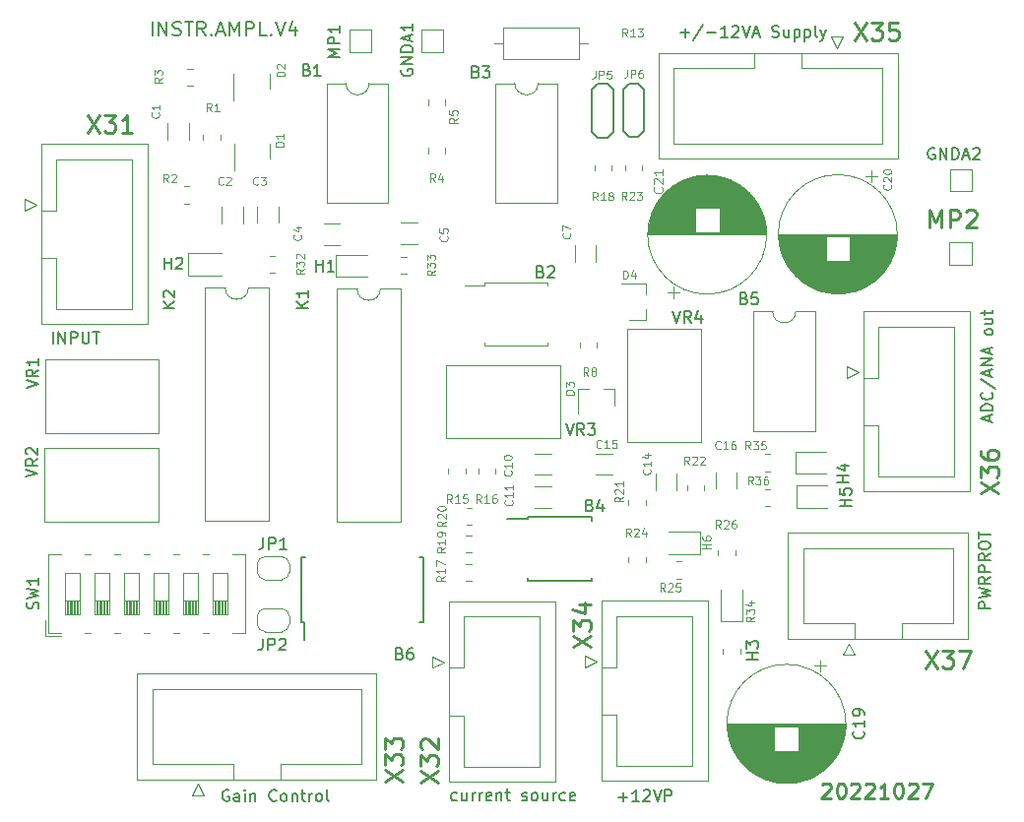
<source format=gbr>
%TF.GenerationSoftware,KiCad,Pcbnew,(6.0.0)*%
%TF.CreationDate,2022-10-28T11:35:46+02:00*%
%TF.ProjectId,INSTR AMP - IDC-SMD v22-10-27,494e5354-5220-4414-9d50-202d20494443,rev?*%
%TF.SameCoordinates,Original*%
%TF.FileFunction,Legend,Top*%
%TF.FilePolarity,Positive*%
%FSLAX46Y46*%
G04 Gerber Fmt 4.6, Leading zero omitted, Abs format (unit mm)*
G04 Created by KiCad (PCBNEW (6.0.0)) date 2022-10-28 11:35:46*
%MOMM*%
%LPD*%
G01*
G04 APERTURE LIST*
%ADD10C,0.250000*%
%ADD11C,0.200000*%
%ADD12C,0.150000*%
%ADD13C,0.100000*%
%ADD14C,0.180000*%
%ADD15C,0.120000*%
G04 APERTURE END LIST*
D10*
X144139238Y-113889704D02*
X144201142Y-113827800D01*
X144324952Y-113765895D01*
X144634476Y-113765895D01*
X144758285Y-113827800D01*
X144820190Y-113889704D01*
X144882095Y-114013514D01*
X144882095Y-114137323D01*
X144820190Y-114323038D01*
X144077333Y-115065895D01*
X144882095Y-115065895D01*
X145686857Y-113765895D02*
X145810666Y-113765895D01*
X145934476Y-113827800D01*
X145996380Y-113889704D01*
X146058285Y-114013514D01*
X146120190Y-114261133D01*
X146120190Y-114570657D01*
X146058285Y-114818276D01*
X145996380Y-114942085D01*
X145934476Y-115003990D01*
X145810666Y-115065895D01*
X145686857Y-115065895D01*
X145563047Y-115003990D01*
X145501142Y-114942085D01*
X145439238Y-114818276D01*
X145377333Y-114570657D01*
X145377333Y-114261133D01*
X145439238Y-114013514D01*
X145501142Y-113889704D01*
X145563047Y-113827800D01*
X145686857Y-113765895D01*
X146615428Y-113889704D02*
X146677333Y-113827800D01*
X146801142Y-113765895D01*
X147110666Y-113765895D01*
X147234476Y-113827800D01*
X147296380Y-113889704D01*
X147358285Y-114013514D01*
X147358285Y-114137323D01*
X147296380Y-114323038D01*
X146553523Y-115065895D01*
X147358285Y-115065895D01*
X147853523Y-113889704D02*
X147915428Y-113827800D01*
X148039238Y-113765895D01*
X148348761Y-113765895D01*
X148472571Y-113827800D01*
X148534476Y-113889704D01*
X148596380Y-114013514D01*
X148596380Y-114137323D01*
X148534476Y-114323038D01*
X147791619Y-115065895D01*
X148596380Y-115065895D01*
X149834476Y-115065895D02*
X149091619Y-115065895D01*
X149463047Y-115065895D02*
X149463047Y-113765895D01*
X149339238Y-113951609D01*
X149215428Y-114075419D01*
X149091619Y-114137323D01*
X150639238Y-113765895D02*
X150763047Y-113765895D01*
X150886857Y-113827800D01*
X150948761Y-113889704D01*
X151010666Y-114013514D01*
X151072571Y-114261133D01*
X151072571Y-114570657D01*
X151010666Y-114818276D01*
X150948761Y-114942085D01*
X150886857Y-115003990D01*
X150763047Y-115065895D01*
X150639238Y-115065895D01*
X150515428Y-115003990D01*
X150453523Y-114942085D01*
X150391619Y-114818276D01*
X150329714Y-114570657D01*
X150329714Y-114261133D01*
X150391619Y-114013514D01*
X150453523Y-113889704D01*
X150515428Y-113827800D01*
X150639238Y-113765895D01*
X151567809Y-113889704D02*
X151629714Y-113827800D01*
X151753523Y-113765895D01*
X152063047Y-113765895D01*
X152186857Y-113827800D01*
X152248761Y-113889704D01*
X152310666Y-114013514D01*
X152310666Y-114137323D01*
X152248761Y-114323038D01*
X151505904Y-115065895D01*
X152310666Y-115065895D01*
X152744000Y-113765895D02*
X153610666Y-113765895D01*
X153053523Y-115065895D01*
D11*
X86510000Y-49463257D02*
X86510000Y-48263257D01*
X87081428Y-49463257D02*
X87081428Y-48263257D01*
X87767142Y-49463257D01*
X87767142Y-48263257D01*
X88281428Y-49406114D02*
X88452857Y-49463257D01*
X88738571Y-49463257D01*
X88852857Y-49406114D01*
X88910000Y-49348971D01*
X88967142Y-49234685D01*
X88967142Y-49120400D01*
X88910000Y-49006114D01*
X88852857Y-48948971D01*
X88738571Y-48891828D01*
X88510000Y-48834685D01*
X88395714Y-48777542D01*
X88338571Y-48720400D01*
X88281428Y-48606114D01*
X88281428Y-48491828D01*
X88338571Y-48377542D01*
X88395714Y-48320400D01*
X88510000Y-48263257D01*
X88795714Y-48263257D01*
X88967142Y-48320400D01*
X89310000Y-48263257D02*
X89995714Y-48263257D01*
X89652857Y-49463257D02*
X89652857Y-48263257D01*
X91081428Y-49463257D02*
X90681428Y-48891828D01*
X90395714Y-49463257D02*
X90395714Y-48263257D01*
X90852857Y-48263257D01*
X90967142Y-48320400D01*
X91024285Y-48377542D01*
X91081428Y-48491828D01*
X91081428Y-48663257D01*
X91024285Y-48777542D01*
X90967142Y-48834685D01*
X90852857Y-48891828D01*
X90395714Y-48891828D01*
X91595714Y-49348971D02*
X91652857Y-49406114D01*
X91595714Y-49463257D01*
X91538571Y-49406114D01*
X91595714Y-49348971D01*
X91595714Y-49463257D01*
X92110000Y-49120400D02*
X92681428Y-49120400D01*
X91995714Y-49463257D02*
X92395714Y-48263257D01*
X92795714Y-49463257D01*
X93195714Y-49463257D02*
X93195714Y-48263257D01*
X93595714Y-49120400D01*
X93995714Y-48263257D01*
X93995714Y-49463257D01*
X94567142Y-49463257D02*
X94567142Y-48263257D01*
X95024285Y-48263257D01*
X95138571Y-48320400D01*
X95195714Y-48377542D01*
X95252857Y-48491828D01*
X95252857Y-48663257D01*
X95195714Y-48777542D01*
X95138571Y-48834685D01*
X95024285Y-48891828D01*
X94567142Y-48891828D01*
X96338571Y-49463257D02*
X95767142Y-49463257D01*
X95767142Y-48263257D01*
X96738571Y-49348971D02*
X96795714Y-49406114D01*
X96738571Y-49463257D01*
X96681428Y-49406114D01*
X96738571Y-49348971D01*
X96738571Y-49463257D01*
X97138571Y-48263257D02*
X97538571Y-49463257D01*
X97938571Y-48263257D01*
X98852857Y-48663257D02*
X98852857Y-49463257D01*
X98567142Y-48206114D02*
X98281428Y-49063257D01*
X99024285Y-49063257D01*
D12*
%TO.C,GNDA2*%
X153781333Y-59164600D02*
X153686095Y-59116980D01*
X153543238Y-59116980D01*
X153400380Y-59164600D01*
X153305142Y-59259838D01*
X153257523Y-59355076D01*
X153209904Y-59545552D01*
X153209904Y-59688409D01*
X153257523Y-59878885D01*
X153305142Y-59974123D01*
X153400380Y-60069361D01*
X153543238Y-60116980D01*
X153638476Y-60116980D01*
X153781333Y-60069361D01*
X153828952Y-60021742D01*
X153828952Y-59688409D01*
X153638476Y-59688409D01*
X154257523Y-60116980D02*
X154257523Y-59116980D01*
X154828952Y-60116980D01*
X154828952Y-59116980D01*
X155305142Y-60116980D02*
X155305142Y-59116980D01*
X155543238Y-59116980D01*
X155686095Y-59164600D01*
X155781333Y-59259838D01*
X155828952Y-59355076D01*
X155876571Y-59545552D01*
X155876571Y-59688409D01*
X155828952Y-59878885D01*
X155781333Y-59974123D01*
X155686095Y-60069361D01*
X155543238Y-60116980D01*
X155305142Y-60116980D01*
X156257523Y-59831266D02*
X156733714Y-59831266D01*
X156162285Y-60116980D02*
X156495619Y-59116980D01*
X156828952Y-60116980D01*
X157114666Y-59212219D02*
X157162285Y-59164600D01*
X157257523Y-59116980D01*
X157495619Y-59116980D01*
X157590857Y-59164600D01*
X157638476Y-59212219D01*
X157686095Y-59307457D01*
X157686095Y-59402695D01*
X157638476Y-59545552D01*
X157067047Y-60116980D01*
X157686095Y-60116980D01*
D13*
%TO.C,R23*%
X127312000Y-63613466D02*
X127078666Y-63280133D01*
X126912000Y-63613466D02*
X126912000Y-62913466D01*
X127178666Y-62913466D01*
X127245333Y-62946800D01*
X127278666Y-62980133D01*
X127312000Y-63046800D01*
X127312000Y-63146800D01*
X127278666Y-63213466D01*
X127245333Y-63246800D01*
X127178666Y-63280133D01*
X126912000Y-63280133D01*
X127578666Y-62980133D02*
X127612000Y-62946800D01*
X127678666Y-62913466D01*
X127845333Y-62913466D01*
X127912000Y-62946800D01*
X127945333Y-62980133D01*
X127978666Y-63046800D01*
X127978666Y-63113466D01*
X127945333Y-63213466D01*
X127545333Y-63613466D01*
X127978666Y-63613466D01*
X128212000Y-62913466D02*
X128645333Y-62913466D01*
X128412000Y-63180133D01*
X128512000Y-63180133D01*
X128578666Y-63213466D01*
X128612000Y-63246800D01*
X128645333Y-63313466D01*
X128645333Y-63480133D01*
X128612000Y-63546800D01*
X128578666Y-63580133D01*
X128512000Y-63613466D01*
X128312000Y-63613466D01*
X128245333Y-63580133D01*
X128212000Y-63546800D01*
%TO.C,R2*%
X87919733Y-62089466D02*
X87686400Y-61756133D01*
X87519733Y-62089466D02*
X87519733Y-61389466D01*
X87786400Y-61389466D01*
X87853066Y-61422800D01*
X87886400Y-61456133D01*
X87919733Y-61522800D01*
X87919733Y-61622800D01*
X87886400Y-61689466D01*
X87853066Y-61722800D01*
X87786400Y-61756133D01*
X87519733Y-61756133D01*
X88186400Y-61456133D02*
X88219733Y-61422800D01*
X88286400Y-61389466D01*
X88453066Y-61389466D01*
X88519733Y-61422800D01*
X88553066Y-61456133D01*
X88586400Y-61522800D01*
X88586400Y-61589466D01*
X88553066Y-61689466D01*
X88153066Y-62089466D01*
X88586400Y-62089466D01*
D10*
%TO.C,X34*%
X122724171Y-102080771D02*
X124224171Y-101080771D01*
X122724171Y-101080771D02*
X124224171Y-102080771D01*
X122724171Y-100652200D02*
X122724171Y-99723628D01*
X123295600Y-100223628D01*
X123295600Y-100009342D01*
X123367028Y-99866485D01*
X123438457Y-99795057D01*
X123581314Y-99723628D01*
X123938457Y-99723628D01*
X124081314Y-99795057D01*
X124152742Y-99866485D01*
X124224171Y-100009342D01*
X124224171Y-100437914D01*
X124152742Y-100580771D01*
X124081314Y-100652200D01*
X123224171Y-98437914D02*
X124224171Y-98437914D01*
X122652742Y-98795057D02*
X123724171Y-99152200D01*
X123724171Y-98223628D01*
D14*
X126617695Y-114955628D02*
X127379600Y-114955628D01*
X126998647Y-115336580D02*
X126998647Y-114574676D01*
X128379600Y-115336580D02*
X127808171Y-115336580D01*
X128093885Y-115336580D02*
X128093885Y-114336580D01*
X127998647Y-114479438D01*
X127903409Y-114574676D01*
X127808171Y-114622295D01*
X128760552Y-114431819D02*
X128808171Y-114384200D01*
X128903409Y-114336580D01*
X129141504Y-114336580D01*
X129236742Y-114384200D01*
X129284361Y-114431819D01*
X129331980Y-114527057D01*
X129331980Y-114622295D01*
X129284361Y-114765152D01*
X128712933Y-115336580D01*
X129331980Y-115336580D01*
X129617695Y-114336580D02*
X129951028Y-115336580D01*
X130284361Y-114336580D01*
X130617695Y-115336580D02*
X130617695Y-114336580D01*
X130998647Y-114336580D01*
X131093885Y-114384200D01*
X131141504Y-114431819D01*
X131189123Y-114527057D01*
X131189123Y-114669914D01*
X131141504Y-114765152D01*
X131093885Y-114812771D01*
X130998647Y-114860390D01*
X130617695Y-114860390D01*
D10*
%TO.C,X33*%
X106569771Y-113663171D02*
X108069771Y-112663171D01*
X106569771Y-112663171D02*
X108069771Y-113663171D01*
X106569771Y-112234600D02*
X106569771Y-111306028D01*
X107141200Y-111806028D01*
X107141200Y-111591742D01*
X107212628Y-111448885D01*
X107284057Y-111377457D01*
X107426914Y-111306028D01*
X107784057Y-111306028D01*
X107926914Y-111377457D01*
X107998342Y-111448885D01*
X108069771Y-111591742D01*
X108069771Y-112020314D01*
X107998342Y-112163171D01*
X107926914Y-112234600D01*
X106569771Y-110806028D02*
X106569771Y-109877457D01*
X107141200Y-110377457D01*
X107141200Y-110163171D01*
X107212628Y-110020314D01*
X107284057Y-109948885D01*
X107426914Y-109877457D01*
X107784057Y-109877457D01*
X107926914Y-109948885D01*
X107998342Y-110020314D01*
X108069771Y-110163171D01*
X108069771Y-110591742D01*
X107998342Y-110734600D01*
X107926914Y-110806028D01*
D14*
X93102609Y-114384200D02*
X93007371Y-114336580D01*
X92864514Y-114336580D01*
X92721657Y-114384200D01*
X92626419Y-114479438D01*
X92578800Y-114574676D01*
X92531180Y-114765152D01*
X92531180Y-114908009D01*
X92578800Y-115098485D01*
X92626419Y-115193723D01*
X92721657Y-115288961D01*
X92864514Y-115336580D01*
X92959752Y-115336580D01*
X93102609Y-115288961D01*
X93150228Y-115241342D01*
X93150228Y-114908009D01*
X92959752Y-114908009D01*
X94007371Y-115336580D02*
X94007371Y-114812771D01*
X93959752Y-114717533D01*
X93864514Y-114669914D01*
X93674038Y-114669914D01*
X93578800Y-114717533D01*
X94007371Y-115288961D02*
X93912133Y-115336580D01*
X93674038Y-115336580D01*
X93578800Y-115288961D01*
X93531180Y-115193723D01*
X93531180Y-115098485D01*
X93578800Y-115003247D01*
X93674038Y-114955628D01*
X93912133Y-114955628D01*
X94007371Y-114908009D01*
X94483561Y-115336580D02*
X94483561Y-114669914D01*
X94483561Y-114336580D02*
X94435942Y-114384200D01*
X94483561Y-114431819D01*
X94531180Y-114384200D01*
X94483561Y-114336580D01*
X94483561Y-114431819D01*
X94959752Y-114669914D02*
X94959752Y-115336580D01*
X94959752Y-114765152D02*
X95007371Y-114717533D01*
X95102609Y-114669914D01*
X95245466Y-114669914D01*
X95340704Y-114717533D01*
X95388323Y-114812771D01*
X95388323Y-115336580D01*
X97197847Y-115241342D02*
X97150228Y-115288961D01*
X97007371Y-115336580D01*
X96912133Y-115336580D01*
X96769276Y-115288961D01*
X96674038Y-115193723D01*
X96626419Y-115098485D01*
X96578800Y-114908009D01*
X96578800Y-114765152D01*
X96626419Y-114574676D01*
X96674038Y-114479438D01*
X96769276Y-114384200D01*
X96912133Y-114336580D01*
X97007371Y-114336580D01*
X97150228Y-114384200D01*
X97197847Y-114431819D01*
X97769276Y-115336580D02*
X97674038Y-115288961D01*
X97626419Y-115241342D01*
X97578800Y-115146104D01*
X97578800Y-114860390D01*
X97626419Y-114765152D01*
X97674038Y-114717533D01*
X97769276Y-114669914D01*
X97912133Y-114669914D01*
X98007371Y-114717533D01*
X98054990Y-114765152D01*
X98102609Y-114860390D01*
X98102609Y-115146104D01*
X98054990Y-115241342D01*
X98007371Y-115288961D01*
X97912133Y-115336580D01*
X97769276Y-115336580D01*
X98531180Y-114669914D02*
X98531180Y-115336580D01*
X98531180Y-114765152D02*
X98578800Y-114717533D01*
X98674038Y-114669914D01*
X98816895Y-114669914D01*
X98912133Y-114717533D01*
X98959752Y-114812771D01*
X98959752Y-115336580D01*
X99293085Y-114669914D02*
X99674038Y-114669914D01*
X99435942Y-114336580D02*
X99435942Y-115193723D01*
X99483561Y-115288961D01*
X99578800Y-115336580D01*
X99674038Y-115336580D01*
X100007371Y-115336580D02*
X100007371Y-114669914D01*
X100007371Y-114860390D02*
X100054990Y-114765152D01*
X100102609Y-114717533D01*
X100197847Y-114669914D01*
X100293085Y-114669914D01*
X100769276Y-115336580D02*
X100674038Y-115288961D01*
X100626419Y-115241342D01*
X100578800Y-115146104D01*
X100578800Y-114860390D01*
X100626419Y-114765152D01*
X100674038Y-114717533D01*
X100769276Y-114669914D01*
X100912133Y-114669914D01*
X101007371Y-114717533D01*
X101054990Y-114765152D01*
X101102609Y-114860390D01*
X101102609Y-115146104D01*
X101054990Y-115241342D01*
X101007371Y-115288961D01*
X100912133Y-115336580D01*
X100769276Y-115336580D01*
X101674038Y-115336580D02*
X101578800Y-115288961D01*
X101531180Y-115193723D01*
X101531180Y-114336580D01*
D12*
%TO.C,C19*%
X147653342Y-109309457D02*
X147700961Y-109357076D01*
X147748580Y-109499933D01*
X147748580Y-109595171D01*
X147700961Y-109738028D01*
X147605723Y-109833266D01*
X147510485Y-109880885D01*
X147320009Y-109928504D01*
X147177152Y-109928504D01*
X146986676Y-109880885D01*
X146891438Y-109833266D01*
X146796200Y-109738028D01*
X146748580Y-109595171D01*
X146748580Y-109499933D01*
X146796200Y-109357076D01*
X146843819Y-109309457D01*
X147748580Y-108357076D02*
X147748580Y-108928504D01*
X147748580Y-108642790D02*
X146748580Y-108642790D01*
X146891438Y-108738028D01*
X146986676Y-108833266D01*
X147034295Y-108928504D01*
X147748580Y-107880885D02*
X147748580Y-107690409D01*
X147700961Y-107595171D01*
X147653342Y-107547552D01*
X147510485Y-107452314D01*
X147320009Y-107404695D01*
X146939057Y-107404695D01*
X146843819Y-107452314D01*
X146796200Y-107499933D01*
X146748580Y-107595171D01*
X146748580Y-107785647D01*
X146796200Y-107880885D01*
X146843819Y-107928504D01*
X146939057Y-107976123D01*
X147177152Y-107976123D01*
X147272390Y-107928504D01*
X147320009Y-107880885D01*
X147367628Y-107785647D01*
X147367628Y-107595171D01*
X147320009Y-107499933D01*
X147272390Y-107452314D01*
X147177152Y-107404695D01*
D10*
%TO.C,X31*%
X81002428Y-56328571D02*
X82002428Y-57828571D01*
X82002428Y-56328571D02*
X81002428Y-57828571D01*
X82431000Y-56328571D02*
X83359571Y-56328571D01*
X82859571Y-56900000D01*
X83073857Y-56900000D01*
X83216714Y-56971428D01*
X83288142Y-57042857D01*
X83359571Y-57185714D01*
X83359571Y-57542857D01*
X83288142Y-57685714D01*
X83216714Y-57757142D01*
X83073857Y-57828571D01*
X82645285Y-57828571D01*
X82502428Y-57757142D01*
X82431000Y-57685714D01*
X84788142Y-57828571D02*
X83931000Y-57828571D01*
X84359571Y-57828571D02*
X84359571Y-56328571D01*
X84216714Y-56542857D01*
X84073857Y-56685714D01*
X83931000Y-56757142D01*
D14*
X77979828Y-75966580D02*
X77979828Y-74966580D01*
X78456019Y-75966580D02*
X78456019Y-74966580D01*
X79027447Y-75966580D01*
X79027447Y-74966580D01*
X79503638Y-75966580D02*
X79503638Y-74966580D01*
X79884590Y-74966580D01*
X79979828Y-75014200D01*
X80027447Y-75061819D01*
X80075066Y-75157057D01*
X80075066Y-75299914D01*
X80027447Y-75395152D01*
X79979828Y-75442771D01*
X79884590Y-75490390D01*
X79503638Y-75490390D01*
X80503638Y-74966580D02*
X80503638Y-75776104D01*
X80551257Y-75871342D01*
X80598876Y-75918961D01*
X80694114Y-75966580D01*
X80884590Y-75966580D01*
X80979828Y-75918961D01*
X81027447Y-75871342D01*
X81075066Y-75776104D01*
X81075066Y-74966580D01*
X81408400Y-74966580D02*
X81979828Y-74966580D01*
X81694114Y-75966580D02*
X81694114Y-74966580D01*
D13*
%TO.C,R34*%
X138289466Y-99459200D02*
X137956133Y-99692533D01*
X138289466Y-99859200D02*
X137589466Y-99859200D01*
X137589466Y-99592533D01*
X137622800Y-99525866D01*
X137656133Y-99492533D01*
X137722800Y-99459200D01*
X137822800Y-99459200D01*
X137889466Y-99492533D01*
X137922800Y-99525866D01*
X137956133Y-99592533D01*
X137956133Y-99859200D01*
X137589466Y-99225866D02*
X137589466Y-98792533D01*
X137856133Y-99025866D01*
X137856133Y-98925866D01*
X137889466Y-98859200D01*
X137922800Y-98825866D01*
X137989466Y-98792533D01*
X138156133Y-98792533D01*
X138222800Y-98825866D01*
X138256133Y-98859200D01*
X138289466Y-98925866D01*
X138289466Y-99125866D01*
X138256133Y-99192533D01*
X138222800Y-99225866D01*
X137822800Y-98192533D02*
X138289466Y-98192533D01*
X137556133Y-98359200D02*
X138056133Y-98525866D01*
X138056133Y-98092533D01*
D12*
%TO.C,VR4*%
X131278476Y-73163180D02*
X131611809Y-74163180D01*
X131945142Y-73163180D01*
X132849904Y-74163180D02*
X132516571Y-73686990D01*
X132278476Y-74163180D02*
X132278476Y-73163180D01*
X132659428Y-73163180D01*
X132754666Y-73210800D01*
X132802285Y-73258419D01*
X132849904Y-73353657D01*
X132849904Y-73496514D01*
X132802285Y-73591752D01*
X132754666Y-73639371D01*
X132659428Y-73686990D01*
X132278476Y-73686990D01*
X133707047Y-73496514D02*
X133707047Y-74163180D01*
X133468952Y-73115561D02*
X133230857Y-73829847D01*
X133849904Y-73829847D01*
D13*
%TO.C,R3*%
X87387866Y-53101066D02*
X87054533Y-53334400D01*
X87387866Y-53501066D02*
X86687866Y-53501066D01*
X86687866Y-53234400D01*
X86721200Y-53167733D01*
X86754533Y-53134400D01*
X86821200Y-53101066D01*
X86921200Y-53101066D01*
X86987866Y-53134400D01*
X87021200Y-53167733D01*
X87054533Y-53234400D01*
X87054533Y-53501066D01*
X86687866Y-52867733D02*
X86687866Y-52434400D01*
X86954533Y-52667733D01*
X86954533Y-52567733D01*
X86987866Y-52501066D01*
X87021200Y-52467733D01*
X87087866Y-52434400D01*
X87254533Y-52434400D01*
X87321200Y-52467733D01*
X87354533Y-52501066D01*
X87387866Y-52567733D01*
X87387866Y-52767733D01*
X87354533Y-52834400D01*
X87321200Y-52867733D01*
%TO.C,R20*%
X111746466Y-91255000D02*
X111413133Y-91488333D01*
X111746466Y-91655000D02*
X111046466Y-91655000D01*
X111046466Y-91388333D01*
X111079800Y-91321666D01*
X111113133Y-91288333D01*
X111179800Y-91255000D01*
X111279800Y-91255000D01*
X111346466Y-91288333D01*
X111379800Y-91321666D01*
X111413133Y-91388333D01*
X111413133Y-91655000D01*
X111113133Y-90988333D02*
X111079800Y-90955000D01*
X111046466Y-90888333D01*
X111046466Y-90721666D01*
X111079800Y-90655000D01*
X111113133Y-90621666D01*
X111179800Y-90588333D01*
X111246466Y-90588333D01*
X111346466Y-90621666D01*
X111746466Y-91021666D01*
X111746466Y-90588333D01*
X111046466Y-90155000D02*
X111046466Y-90088333D01*
X111079800Y-90021666D01*
X111113133Y-89988333D01*
X111179800Y-89955000D01*
X111313133Y-89921666D01*
X111479800Y-89921666D01*
X111613133Y-89955000D01*
X111679800Y-89988333D01*
X111713133Y-90021666D01*
X111746466Y-90088333D01*
X111746466Y-90155000D01*
X111713133Y-90221666D01*
X111679800Y-90255000D01*
X111613133Y-90288333D01*
X111479800Y-90321666D01*
X111313133Y-90321666D01*
X111179800Y-90288333D01*
X111113133Y-90255000D01*
X111079800Y-90221666D01*
X111046466Y-90155000D01*
%TO.C,C21*%
X130333714Y-62515685D02*
X130371809Y-62553780D01*
X130409904Y-62668066D01*
X130409904Y-62744257D01*
X130371809Y-62858542D01*
X130295619Y-62934733D01*
X130219428Y-62972828D01*
X130067047Y-63010923D01*
X129952761Y-63010923D01*
X129800380Y-62972828D01*
X129724190Y-62934733D01*
X129648000Y-62858542D01*
X129609904Y-62744257D01*
X129609904Y-62668066D01*
X129648000Y-62553780D01*
X129686095Y-62515685D01*
X129686095Y-62210923D02*
X129648000Y-62172828D01*
X129609904Y-62096638D01*
X129609904Y-61906161D01*
X129648000Y-61829971D01*
X129686095Y-61791876D01*
X129762285Y-61753780D01*
X129838476Y-61753780D01*
X129952761Y-61791876D01*
X130409904Y-62249019D01*
X130409904Y-61753780D01*
X130409904Y-60991876D02*
X130409904Y-61449019D01*
X130409904Y-61220447D02*
X129609904Y-61220447D01*
X129724190Y-61296638D01*
X129800380Y-61372828D01*
X129838476Y-61449019D01*
%TO.C,C14*%
X129307400Y-86759200D02*
X129340733Y-86792533D01*
X129374066Y-86892533D01*
X129374066Y-86959200D01*
X129340733Y-87059200D01*
X129274066Y-87125866D01*
X129207400Y-87159200D01*
X129074066Y-87192533D01*
X128974066Y-87192533D01*
X128840733Y-87159200D01*
X128774066Y-87125866D01*
X128707400Y-87059200D01*
X128674066Y-86959200D01*
X128674066Y-86892533D01*
X128707400Y-86792533D01*
X128740733Y-86759200D01*
X129374066Y-86092533D02*
X129374066Y-86492533D01*
X129374066Y-86292533D02*
X128674066Y-86292533D01*
X128774066Y-86359200D01*
X128840733Y-86425866D01*
X128874066Y-86492533D01*
X128907400Y-85492533D02*
X129374066Y-85492533D01*
X128640733Y-85659200D02*
X129140733Y-85825866D01*
X129140733Y-85392533D01*
D12*
%TO.C,H2*%
X87553895Y-69565780D02*
X87553895Y-68565780D01*
X87553895Y-69041971D02*
X88125323Y-69041971D01*
X88125323Y-69565780D02*
X88125323Y-68565780D01*
X88553895Y-68661019D02*
X88601514Y-68613400D01*
X88696752Y-68565780D01*
X88934847Y-68565780D01*
X89030085Y-68613400D01*
X89077704Y-68661019D01*
X89125323Y-68756257D01*
X89125323Y-68851495D01*
X89077704Y-68994352D01*
X88506276Y-69565780D01*
X89125323Y-69565780D01*
D13*
%TO.C,R32*%
X99579866Y-69563400D02*
X99246533Y-69796733D01*
X99579866Y-69963400D02*
X98879866Y-69963400D01*
X98879866Y-69696733D01*
X98913200Y-69630066D01*
X98946533Y-69596733D01*
X99013200Y-69563400D01*
X99113200Y-69563400D01*
X99179866Y-69596733D01*
X99213200Y-69630066D01*
X99246533Y-69696733D01*
X99246533Y-69963400D01*
X98879866Y-69330066D02*
X98879866Y-68896733D01*
X99146533Y-69130066D01*
X99146533Y-69030066D01*
X99179866Y-68963400D01*
X99213200Y-68930066D01*
X99279866Y-68896733D01*
X99446533Y-68896733D01*
X99513200Y-68930066D01*
X99546533Y-68963400D01*
X99579866Y-69030066D01*
X99579866Y-69230066D01*
X99546533Y-69296733D01*
X99513200Y-69330066D01*
X98946533Y-68630066D02*
X98913200Y-68596733D01*
X98879866Y-68530066D01*
X98879866Y-68363400D01*
X98913200Y-68296733D01*
X98946533Y-68263400D01*
X99013200Y-68230066D01*
X99079866Y-68230066D01*
X99179866Y-68263400D01*
X99579866Y-68663400D01*
X99579866Y-68230066D01*
%TO.C,R36*%
X138157800Y-88073666D02*
X137924466Y-87740333D01*
X137757800Y-88073666D02*
X137757800Y-87373666D01*
X138024466Y-87373666D01*
X138091133Y-87407000D01*
X138124466Y-87440333D01*
X138157800Y-87507000D01*
X138157800Y-87607000D01*
X138124466Y-87673666D01*
X138091133Y-87707000D01*
X138024466Y-87740333D01*
X137757800Y-87740333D01*
X138391133Y-87373666D02*
X138824466Y-87373666D01*
X138591133Y-87640333D01*
X138691133Y-87640333D01*
X138757800Y-87673666D01*
X138791133Y-87707000D01*
X138824466Y-87773666D01*
X138824466Y-87940333D01*
X138791133Y-88007000D01*
X138757800Y-88040333D01*
X138691133Y-88073666D01*
X138491133Y-88073666D01*
X138424466Y-88040333D01*
X138391133Y-88007000D01*
X139424466Y-87373666D02*
X139291133Y-87373666D01*
X139224466Y-87407000D01*
X139191133Y-87440333D01*
X139124466Y-87540333D01*
X139091133Y-87673666D01*
X139091133Y-87940333D01*
X139124466Y-88007000D01*
X139157800Y-88040333D01*
X139224466Y-88073666D01*
X139357800Y-88073666D01*
X139424466Y-88040333D01*
X139457800Y-88007000D01*
X139491133Y-87940333D01*
X139491133Y-87773666D01*
X139457800Y-87707000D01*
X139424466Y-87673666D01*
X139357800Y-87640333D01*
X139224466Y-87640333D01*
X139157800Y-87673666D01*
X139124466Y-87707000D01*
X139091133Y-87773666D01*
%TO.C,R1*%
X91602733Y-55968066D02*
X91369400Y-55634733D01*
X91202733Y-55968066D02*
X91202733Y-55268066D01*
X91469400Y-55268066D01*
X91536066Y-55301400D01*
X91569400Y-55334733D01*
X91602733Y-55401400D01*
X91602733Y-55501400D01*
X91569400Y-55568066D01*
X91536066Y-55601400D01*
X91469400Y-55634733D01*
X91202733Y-55634733D01*
X92269400Y-55968066D02*
X91869400Y-55968066D01*
X92069400Y-55968066D02*
X92069400Y-55268066D01*
X92002733Y-55368066D01*
X91936066Y-55434733D01*
X91869400Y-55468066D01*
%TO.C,C4*%
X99284600Y-66613866D02*
X99317933Y-66647200D01*
X99351266Y-66747200D01*
X99351266Y-66813866D01*
X99317933Y-66913866D01*
X99251266Y-66980533D01*
X99184600Y-67013866D01*
X99051266Y-67047200D01*
X98951266Y-67047200D01*
X98817933Y-67013866D01*
X98751266Y-66980533D01*
X98684600Y-66913866D01*
X98651266Y-66813866D01*
X98651266Y-66747200D01*
X98684600Y-66647200D01*
X98717933Y-66613866D01*
X98884600Y-66013866D02*
X99351266Y-66013866D01*
X98617933Y-66180533D02*
X99117933Y-66347200D01*
X99117933Y-65913866D01*
D12*
%TO.C,B5*%
X137415638Y-72064571D02*
X137558495Y-72112190D01*
X137606114Y-72159809D01*
X137653733Y-72255047D01*
X137653733Y-72397904D01*
X137606114Y-72493142D01*
X137558495Y-72540761D01*
X137463257Y-72588380D01*
X137082304Y-72588380D01*
X137082304Y-71588380D01*
X137415638Y-71588380D01*
X137510876Y-71636000D01*
X137558495Y-71683619D01*
X137606114Y-71778857D01*
X137606114Y-71874095D01*
X137558495Y-71969333D01*
X137510876Y-72016952D01*
X137415638Y-72064571D01*
X137082304Y-72064571D01*
X138558495Y-71588380D02*
X138082304Y-71588380D01*
X138034685Y-72064571D01*
X138082304Y-72016952D01*
X138177542Y-71969333D01*
X138415638Y-71969333D01*
X138510876Y-72016952D01*
X138558495Y-72064571D01*
X138606114Y-72159809D01*
X138606114Y-72397904D01*
X138558495Y-72493142D01*
X138510876Y-72540761D01*
X138415638Y-72588380D01*
X138177542Y-72588380D01*
X138082304Y-72540761D01*
X138034685Y-72493142D01*
D13*
%TO.C,C3*%
X95615933Y-62251400D02*
X95582600Y-62284733D01*
X95482600Y-62318066D01*
X95415933Y-62318066D01*
X95315933Y-62284733D01*
X95249266Y-62218066D01*
X95215933Y-62151400D01*
X95182600Y-62018066D01*
X95182600Y-61918066D01*
X95215933Y-61784733D01*
X95249266Y-61718066D01*
X95315933Y-61651400D01*
X95415933Y-61618066D01*
X95482600Y-61618066D01*
X95582600Y-61651400D01*
X95615933Y-61684733D01*
X95849266Y-61618066D02*
X96282600Y-61618066D01*
X96049266Y-61884733D01*
X96149266Y-61884733D01*
X96215933Y-61918066D01*
X96249266Y-61951400D01*
X96282600Y-62018066D01*
X96282600Y-62184733D01*
X96249266Y-62251400D01*
X96215933Y-62284733D01*
X96149266Y-62318066D01*
X95949266Y-62318066D01*
X95882600Y-62284733D01*
X95849266Y-62251400D01*
%TO.C,R21*%
X126986466Y-89146800D02*
X126653133Y-89380133D01*
X126986466Y-89546800D02*
X126286466Y-89546800D01*
X126286466Y-89280133D01*
X126319800Y-89213466D01*
X126353133Y-89180133D01*
X126419800Y-89146800D01*
X126519800Y-89146800D01*
X126586466Y-89180133D01*
X126619800Y-89213466D01*
X126653133Y-89280133D01*
X126653133Y-89546800D01*
X126353133Y-88880133D02*
X126319800Y-88846800D01*
X126286466Y-88780133D01*
X126286466Y-88613466D01*
X126319800Y-88546800D01*
X126353133Y-88513466D01*
X126419800Y-88480133D01*
X126486466Y-88480133D01*
X126586466Y-88513466D01*
X126986466Y-88913466D01*
X126986466Y-88480133D01*
X126986466Y-87813466D02*
X126986466Y-88213466D01*
X126986466Y-88013466D02*
X126286466Y-88013466D01*
X126386466Y-88080133D01*
X126453133Y-88146800D01*
X126486466Y-88213466D01*
%TO.C,C2*%
X92618733Y-62251400D02*
X92585400Y-62284733D01*
X92485400Y-62318066D01*
X92418733Y-62318066D01*
X92318733Y-62284733D01*
X92252066Y-62218066D01*
X92218733Y-62151400D01*
X92185400Y-62018066D01*
X92185400Y-61918066D01*
X92218733Y-61784733D01*
X92252066Y-61718066D01*
X92318733Y-61651400D01*
X92418733Y-61618066D01*
X92485400Y-61618066D01*
X92585400Y-61651400D01*
X92618733Y-61684733D01*
X92885400Y-61684733D02*
X92918733Y-61651400D01*
X92985400Y-61618066D01*
X93152066Y-61618066D01*
X93218733Y-61651400D01*
X93252066Y-61684733D01*
X93285400Y-61751400D01*
X93285400Y-61818066D01*
X93252066Y-61918066D01*
X92852066Y-62318066D01*
X93285400Y-62318066D01*
%TO.C,R17*%
X111670266Y-95979400D02*
X111336933Y-96212733D01*
X111670266Y-96379400D02*
X110970266Y-96379400D01*
X110970266Y-96112733D01*
X111003600Y-96046066D01*
X111036933Y-96012733D01*
X111103600Y-95979400D01*
X111203600Y-95979400D01*
X111270266Y-96012733D01*
X111303600Y-96046066D01*
X111336933Y-96112733D01*
X111336933Y-96379400D01*
X111670266Y-95312733D02*
X111670266Y-95712733D01*
X111670266Y-95512733D02*
X110970266Y-95512733D01*
X111070266Y-95579400D01*
X111136933Y-95646066D01*
X111170266Y-95712733D01*
X110970266Y-95079400D02*
X110970266Y-94612733D01*
X111670266Y-94912733D01*
D12*
%TO.C,B4*%
X124156838Y-89869971D02*
X124299695Y-89917590D01*
X124347314Y-89965209D01*
X124394933Y-90060447D01*
X124394933Y-90203304D01*
X124347314Y-90298542D01*
X124299695Y-90346161D01*
X124204457Y-90393780D01*
X123823504Y-90393780D01*
X123823504Y-89393780D01*
X124156838Y-89393780D01*
X124252076Y-89441400D01*
X124299695Y-89489019D01*
X124347314Y-89584257D01*
X124347314Y-89679495D01*
X124299695Y-89774733D01*
X124252076Y-89822352D01*
X124156838Y-89869971D01*
X123823504Y-89869971D01*
X125252076Y-89727114D02*
X125252076Y-90393780D01*
X125013980Y-89346161D02*
X124775885Y-90060447D01*
X125394933Y-90060447D01*
D13*
%TO.C,D1*%
X97827266Y-58987466D02*
X97127266Y-58987466D01*
X97127266Y-58820800D01*
X97160600Y-58720800D01*
X97227266Y-58654133D01*
X97293933Y-58620800D01*
X97427266Y-58587466D01*
X97527266Y-58587466D01*
X97660600Y-58620800D01*
X97727266Y-58654133D01*
X97793933Y-58720800D01*
X97827266Y-58820800D01*
X97827266Y-58987466D01*
X97827266Y-57920800D02*
X97827266Y-58320800D01*
X97827266Y-58120800D02*
X97127266Y-58120800D01*
X97227266Y-58187466D01*
X97293933Y-58254133D01*
X97327266Y-58320800D01*
%TO.C,JP6*%
X127331066Y-52397866D02*
X127331066Y-52897866D01*
X127297733Y-52997866D01*
X127231066Y-53064533D01*
X127131066Y-53097866D01*
X127064400Y-53097866D01*
X127664400Y-53097866D02*
X127664400Y-52397866D01*
X127931066Y-52397866D01*
X127997733Y-52431200D01*
X128031066Y-52464533D01*
X128064400Y-52531200D01*
X128064400Y-52631200D01*
X128031066Y-52697866D01*
X127997733Y-52731200D01*
X127931066Y-52764533D01*
X127664400Y-52764533D01*
X128664400Y-52397866D02*
X128531066Y-52397866D01*
X128464400Y-52431200D01*
X128431066Y-52464533D01*
X128364400Y-52564533D01*
X128331066Y-52697866D01*
X128331066Y-52964533D01*
X128364400Y-53031200D01*
X128397733Y-53064533D01*
X128464400Y-53097866D01*
X128597733Y-53097866D01*
X128664400Y-53064533D01*
X128697733Y-53031200D01*
X128731066Y-52964533D01*
X128731066Y-52797866D01*
X128697733Y-52731200D01*
X128664400Y-52697866D01*
X128597733Y-52664533D01*
X128464400Y-52664533D01*
X128397733Y-52697866D01*
X128364400Y-52731200D01*
X128331066Y-52797866D01*
%TO.C,R13*%
X127362800Y-49567266D02*
X127129466Y-49233933D01*
X126962800Y-49567266D02*
X126962800Y-48867266D01*
X127229466Y-48867266D01*
X127296133Y-48900600D01*
X127329466Y-48933933D01*
X127362800Y-49000600D01*
X127362800Y-49100600D01*
X127329466Y-49167266D01*
X127296133Y-49200600D01*
X127229466Y-49233933D01*
X126962800Y-49233933D01*
X128029466Y-49567266D02*
X127629466Y-49567266D01*
X127829466Y-49567266D02*
X127829466Y-48867266D01*
X127762800Y-48967266D01*
X127696133Y-49033933D01*
X127629466Y-49067266D01*
X128262800Y-48867266D02*
X128696133Y-48867266D01*
X128462800Y-49133933D01*
X128562800Y-49133933D01*
X128629466Y-49167266D01*
X128662800Y-49200600D01*
X128696133Y-49267266D01*
X128696133Y-49433933D01*
X128662800Y-49500600D01*
X128629466Y-49533933D01*
X128562800Y-49567266D01*
X128362800Y-49567266D01*
X128296133Y-49533933D01*
X128262800Y-49500600D01*
D12*
%TO.C,JP1*%
X96067666Y-92644980D02*
X96067666Y-93359266D01*
X96020047Y-93502123D01*
X95924809Y-93597361D01*
X95781952Y-93644980D01*
X95686714Y-93644980D01*
X96543857Y-93644980D02*
X96543857Y-92644980D01*
X96924809Y-92644980D01*
X97020047Y-92692600D01*
X97067666Y-92740219D01*
X97115285Y-92835457D01*
X97115285Y-92978314D01*
X97067666Y-93073552D01*
X97020047Y-93121171D01*
X96924809Y-93168790D01*
X96543857Y-93168790D01*
X98067666Y-93644980D02*
X97496238Y-93644980D01*
X97781952Y-93644980D02*
X97781952Y-92644980D01*
X97686714Y-92787838D01*
X97591476Y-92883076D01*
X97496238Y-92930695D01*
D13*
%TO.C,D2*%
X97903466Y-52967666D02*
X97203466Y-52967666D01*
X97203466Y-52801000D01*
X97236800Y-52701000D01*
X97303466Y-52634333D01*
X97370133Y-52601000D01*
X97503466Y-52567666D01*
X97603466Y-52567666D01*
X97736800Y-52601000D01*
X97803466Y-52634333D01*
X97870133Y-52701000D01*
X97903466Y-52801000D01*
X97903466Y-52967666D01*
X97270133Y-52301000D02*
X97236800Y-52267666D01*
X97203466Y-52201000D01*
X97203466Y-52034333D01*
X97236800Y-51967666D01*
X97270133Y-51934333D01*
X97336800Y-51901000D01*
X97403466Y-51901000D01*
X97503466Y-51934333D01*
X97903466Y-52334333D01*
X97903466Y-51901000D01*
D12*
%TO.C,B3*%
X114352438Y-52582771D02*
X114495295Y-52630390D01*
X114542914Y-52678009D01*
X114590533Y-52773247D01*
X114590533Y-52916104D01*
X114542914Y-53011342D01*
X114495295Y-53058961D01*
X114400057Y-53106580D01*
X114019104Y-53106580D01*
X114019104Y-52106580D01*
X114352438Y-52106580D01*
X114447676Y-52154200D01*
X114495295Y-52201819D01*
X114542914Y-52297057D01*
X114542914Y-52392295D01*
X114495295Y-52487533D01*
X114447676Y-52535152D01*
X114352438Y-52582771D01*
X114019104Y-52582771D01*
X114923866Y-52106580D02*
X115542914Y-52106580D01*
X115209580Y-52487533D01*
X115352438Y-52487533D01*
X115447676Y-52535152D01*
X115495295Y-52582771D01*
X115542914Y-52678009D01*
X115542914Y-52916104D01*
X115495295Y-53011342D01*
X115447676Y-53058961D01*
X115352438Y-53106580D01*
X115066723Y-53106580D01*
X114971485Y-53058961D01*
X114923866Y-53011342D01*
D13*
%TO.C,R33*%
X110832066Y-69665000D02*
X110498733Y-69898333D01*
X110832066Y-70065000D02*
X110132066Y-70065000D01*
X110132066Y-69798333D01*
X110165400Y-69731666D01*
X110198733Y-69698333D01*
X110265400Y-69665000D01*
X110365400Y-69665000D01*
X110432066Y-69698333D01*
X110465400Y-69731666D01*
X110498733Y-69798333D01*
X110498733Y-70065000D01*
X110132066Y-69431666D02*
X110132066Y-68998333D01*
X110398733Y-69231666D01*
X110398733Y-69131666D01*
X110432066Y-69065000D01*
X110465400Y-69031666D01*
X110532066Y-68998333D01*
X110698733Y-68998333D01*
X110765400Y-69031666D01*
X110798733Y-69065000D01*
X110832066Y-69131666D01*
X110832066Y-69331666D01*
X110798733Y-69398333D01*
X110765400Y-69431666D01*
X110132066Y-68765000D02*
X110132066Y-68331666D01*
X110398733Y-68565000D01*
X110398733Y-68465000D01*
X110432066Y-68398333D01*
X110465400Y-68365000D01*
X110532066Y-68331666D01*
X110698733Y-68331666D01*
X110765400Y-68365000D01*
X110798733Y-68398333D01*
X110832066Y-68465000D01*
X110832066Y-68665000D01*
X110798733Y-68731666D01*
X110765400Y-68765000D01*
D12*
%TO.C,K2*%
X88447980Y-72919495D02*
X87447980Y-72919495D01*
X88447980Y-72348066D02*
X87876552Y-72776638D01*
X87447980Y-72348066D02*
X88019409Y-72919495D01*
X87543219Y-71967114D02*
X87495600Y-71919495D01*
X87447980Y-71824257D01*
X87447980Y-71586161D01*
X87495600Y-71490923D01*
X87543219Y-71443304D01*
X87638457Y-71395685D01*
X87733695Y-71395685D01*
X87876552Y-71443304D01*
X88447980Y-72014733D01*
X88447980Y-71395685D01*
D13*
%TO.C,R8*%
X124013133Y-78726466D02*
X123779800Y-78393133D01*
X123613133Y-78726466D02*
X123613133Y-78026466D01*
X123879800Y-78026466D01*
X123946466Y-78059800D01*
X123979800Y-78093133D01*
X124013133Y-78159800D01*
X124013133Y-78259800D01*
X123979800Y-78326466D01*
X123946466Y-78359800D01*
X123879800Y-78393133D01*
X123613133Y-78393133D01*
X124413133Y-78326466D02*
X124346466Y-78293133D01*
X124313133Y-78259800D01*
X124279800Y-78193133D01*
X124279800Y-78159800D01*
X124313133Y-78093133D01*
X124346466Y-78059800D01*
X124413133Y-78026466D01*
X124546466Y-78026466D01*
X124613133Y-78059800D01*
X124646466Y-78093133D01*
X124679800Y-78159800D01*
X124679800Y-78193133D01*
X124646466Y-78259800D01*
X124613133Y-78293133D01*
X124546466Y-78326466D01*
X124413133Y-78326466D01*
X124346466Y-78359800D01*
X124313133Y-78393133D01*
X124279800Y-78459800D01*
X124279800Y-78593133D01*
X124313133Y-78659800D01*
X124346466Y-78693133D01*
X124413133Y-78726466D01*
X124546466Y-78726466D01*
X124613133Y-78693133D01*
X124646466Y-78659800D01*
X124679800Y-78593133D01*
X124679800Y-78459800D01*
X124646466Y-78393133D01*
X124613133Y-78359800D01*
X124546466Y-78326466D01*
%TO.C,JP5*%
X124613266Y-52474066D02*
X124613266Y-52974066D01*
X124579933Y-53074066D01*
X124513266Y-53140733D01*
X124413266Y-53174066D01*
X124346600Y-53174066D01*
X124946600Y-53174066D02*
X124946600Y-52474066D01*
X125213266Y-52474066D01*
X125279933Y-52507400D01*
X125313266Y-52540733D01*
X125346600Y-52607400D01*
X125346600Y-52707400D01*
X125313266Y-52774066D01*
X125279933Y-52807400D01*
X125213266Y-52840733D01*
X124946600Y-52840733D01*
X125979933Y-52474066D02*
X125646600Y-52474066D01*
X125613266Y-52807400D01*
X125646600Y-52774066D01*
X125713266Y-52740733D01*
X125879933Y-52740733D01*
X125946600Y-52774066D01*
X125979933Y-52807400D01*
X126013266Y-52874066D01*
X126013266Y-53040733D01*
X125979933Y-53107400D01*
X125946600Y-53140733D01*
X125879933Y-53174066D01*
X125713266Y-53174066D01*
X125646600Y-53140733D01*
X125613266Y-53107400D01*
D10*
%TO.C,X35*%
X146915428Y-48362471D02*
X147915428Y-49862471D01*
X147915428Y-48362471D02*
X146915428Y-49862471D01*
X148344000Y-48362471D02*
X149272571Y-48362471D01*
X148772571Y-48933900D01*
X148986857Y-48933900D01*
X149129714Y-49005328D01*
X149201142Y-49076757D01*
X149272571Y-49219614D01*
X149272571Y-49576757D01*
X149201142Y-49719614D01*
X149129714Y-49791042D01*
X148986857Y-49862471D01*
X148558285Y-49862471D01*
X148415428Y-49791042D01*
X148344000Y-49719614D01*
X150629714Y-48362471D02*
X149915428Y-48362471D01*
X149844000Y-49076757D01*
X149915428Y-49005328D01*
X150058285Y-48933900D01*
X150415428Y-48933900D01*
X150558285Y-49005328D01*
X150629714Y-49076757D01*
X150701142Y-49219614D01*
X150701142Y-49576757D01*
X150629714Y-49719614D01*
X150558285Y-49791042D01*
X150415428Y-49862471D01*
X150058285Y-49862471D01*
X149915428Y-49791042D01*
X149844000Y-49719614D01*
D14*
X131960123Y-49229928D02*
X132722028Y-49229928D01*
X132341076Y-49610880D02*
X132341076Y-48848976D01*
X133912504Y-48563261D02*
X133055361Y-49848976D01*
X134245838Y-49229928D02*
X135007742Y-49229928D01*
X136007742Y-49610880D02*
X135436314Y-49610880D01*
X135722028Y-49610880D02*
X135722028Y-48610880D01*
X135626790Y-48753738D01*
X135531552Y-48848976D01*
X135436314Y-48896595D01*
X136388695Y-48706119D02*
X136436314Y-48658500D01*
X136531552Y-48610880D01*
X136769647Y-48610880D01*
X136864885Y-48658500D01*
X136912504Y-48706119D01*
X136960123Y-48801357D01*
X136960123Y-48896595D01*
X136912504Y-49039452D01*
X136341076Y-49610880D01*
X136960123Y-49610880D01*
X137245838Y-48610880D02*
X137579171Y-49610880D01*
X137912504Y-48610880D01*
X138198219Y-49325166D02*
X138674409Y-49325166D01*
X138102980Y-49610880D02*
X138436314Y-48610880D01*
X138769647Y-49610880D01*
X139817266Y-49563261D02*
X139960123Y-49610880D01*
X140198219Y-49610880D01*
X140293457Y-49563261D01*
X140341076Y-49515642D01*
X140388695Y-49420404D01*
X140388695Y-49325166D01*
X140341076Y-49229928D01*
X140293457Y-49182309D01*
X140198219Y-49134690D01*
X140007742Y-49087071D01*
X139912504Y-49039452D01*
X139864885Y-48991833D01*
X139817266Y-48896595D01*
X139817266Y-48801357D01*
X139864885Y-48706119D01*
X139912504Y-48658500D01*
X140007742Y-48610880D01*
X140245838Y-48610880D01*
X140388695Y-48658500D01*
X141245838Y-48944214D02*
X141245838Y-49610880D01*
X140817266Y-48944214D02*
X140817266Y-49468023D01*
X140864885Y-49563261D01*
X140960123Y-49610880D01*
X141102980Y-49610880D01*
X141198219Y-49563261D01*
X141245838Y-49515642D01*
X141722028Y-48944214D02*
X141722028Y-49944214D01*
X141722028Y-48991833D02*
X141817266Y-48944214D01*
X142007742Y-48944214D01*
X142102980Y-48991833D01*
X142150600Y-49039452D01*
X142198219Y-49134690D01*
X142198219Y-49420404D01*
X142150600Y-49515642D01*
X142102980Y-49563261D01*
X142007742Y-49610880D01*
X141817266Y-49610880D01*
X141722028Y-49563261D01*
X142626790Y-48944214D02*
X142626790Y-49944214D01*
X142626790Y-48991833D02*
X142722028Y-48944214D01*
X142912504Y-48944214D01*
X143007742Y-48991833D01*
X143055361Y-49039452D01*
X143102980Y-49134690D01*
X143102980Y-49420404D01*
X143055361Y-49515642D01*
X143007742Y-49563261D01*
X142912504Y-49610880D01*
X142722028Y-49610880D01*
X142626790Y-49563261D01*
X143674409Y-49610880D02*
X143579171Y-49563261D01*
X143531552Y-49468023D01*
X143531552Y-48610880D01*
X143960123Y-48944214D02*
X144198219Y-49610880D01*
X144436314Y-48944214D02*
X144198219Y-49610880D01*
X144102980Y-49848976D01*
X144055361Y-49896595D01*
X143960123Y-49944214D01*
D13*
%TO.C,C16*%
X135363800Y-84984400D02*
X135330466Y-85017733D01*
X135230466Y-85051066D01*
X135163800Y-85051066D01*
X135063800Y-85017733D01*
X134997133Y-84951066D01*
X134963800Y-84884400D01*
X134930466Y-84751066D01*
X134930466Y-84651066D01*
X134963800Y-84517733D01*
X134997133Y-84451066D01*
X135063800Y-84384400D01*
X135163800Y-84351066D01*
X135230466Y-84351066D01*
X135330466Y-84384400D01*
X135363800Y-84417733D01*
X136030466Y-85051066D02*
X135630466Y-85051066D01*
X135830466Y-85051066D02*
X135830466Y-84351066D01*
X135763800Y-84451066D01*
X135697133Y-84517733D01*
X135630466Y-84551066D01*
X136630466Y-84351066D02*
X136497133Y-84351066D01*
X136430466Y-84384400D01*
X136397133Y-84417733D01*
X136330466Y-84517733D01*
X136297133Y-84651066D01*
X136297133Y-84917733D01*
X136330466Y-84984400D01*
X136363800Y-85017733D01*
X136430466Y-85051066D01*
X136563800Y-85051066D01*
X136630466Y-85017733D01*
X136663800Y-84984400D01*
X136697133Y-84917733D01*
X136697133Y-84751066D01*
X136663800Y-84684400D01*
X136630466Y-84651066D01*
X136563800Y-84617733D01*
X136430466Y-84617733D01*
X136363800Y-84651066D01*
X136330466Y-84684400D01*
X136297133Y-84751066D01*
D12*
%TO.C,B6*%
X107799238Y-102620771D02*
X107942095Y-102668390D01*
X107989714Y-102716009D01*
X108037333Y-102811247D01*
X108037333Y-102954104D01*
X107989714Y-103049342D01*
X107942095Y-103096961D01*
X107846857Y-103144580D01*
X107465904Y-103144580D01*
X107465904Y-102144580D01*
X107799238Y-102144580D01*
X107894476Y-102192200D01*
X107942095Y-102239819D01*
X107989714Y-102335057D01*
X107989714Y-102430295D01*
X107942095Y-102525533D01*
X107894476Y-102573152D01*
X107799238Y-102620771D01*
X107465904Y-102620771D01*
X108894476Y-102144580D02*
X108704000Y-102144580D01*
X108608761Y-102192200D01*
X108561142Y-102239819D01*
X108465904Y-102382676D01*
X108418285Y-102573152D01*
X108418285Y-102954104D01*
X108465904Y-103049342D01*
X108513523Y-103096961D01*
X108608761Y-103144580D01*
X108799238Y-103144580D01*
X108894476Y-103096961D01*
X108942095Y-103049342D01*
X108989714Y-102954104D01*
X108989714Y-102716009D01*
X108942095Y-102620771D01*
X108894476Y-102573152D01*
X108799238Y-102525533D01*
X108608761Y-102525533D01*
X108513523Y-102573152D01*
X108465904Y-102620771D01*
X108418285Y-102716009D01*
%TO.C,H5*%
X146629380Y-89966704D02*
X145629380Y-89966704D01*
X146105571Y-89966704D02*
X146105571Y-89395276D01*
X146629380Y-89395276D02*
X145629380Y-89395276D01*
X145629380Y-88442895D02*
X145629380Y-88919085D01*
X146105571Y-88966704D01*
X146057952Y-88919085D01*
X146010333Y-88823847D01*
X146010333Y-88585752D01*
X146057952Y-88490514D01*
X146105571Y-88442895D01*
X146200809Y-88395276D01*
X146438904Y-88395276D01*
X146534142Y-88442895D01*
X146581761Y-88490514D01*
X146629380Y-88585752D01*
X146629380Y-88823847D01*
X146581761Y-88919085D01*
X146534142Y-88966704D01*
D13*
%TO.C,R18*%
X124822800Y-63638866D02*
X124589466Y-63305533D01*
X124422800Y-63638866D02*
X124422800Y-62938866D01*
X124689466Y-62938866D01*
X124756133Y-62972200D01*
X124789466Y-63005533D01*
X124822800Y-63072200D01*
X124822800Y-63172200D01*
X124789466Y-63238866D01*
X124756133Y-63272200D01*
X124689466Y-63305533D01*
X124422800Y-63305533D01*
X125489466Y-63638866D02*
X125089466Y-63638866D01*
X125289466Y-63638866D02*
X125289466Y-62938866D01*
X125222800Y-63038866D01*
X125156133Y-63105533D01*
X125089466Y-63138866D01*
X125889466Y-63238866D02*
X125822800Y-63205533D01*
X125789466Y-63172200D01*
X125756133Y-63105533D01*
X125756133Y-63072200D01*
X125789466Y-63005533D01*
X125822800Y-62972200D01*
X125889466Y-62938866D01*
X126022800Y-62938866D01*
X126089466Y-62972200D01*
X126122800Y-63005533D01*
X126156133Y-63072200D01*
X126156133Y-63105533D01*
X126122800Y-63172200D01*
X126089466Y-63205533D01*
X126022800Y-63238866D01*
X125889466Y-63238866D01*
X125822800Y-63272200D01*
X125789466Y-63305533D01*
X125756133Y-63372200D01*
X125756133Y-63505533D01*
X125789466Y-63572200D01*
X125822800Y-63605533D01*
X125889466Y-63638866D01*
X126022800Y-63638866D01*
X126089466Y-63605533D01*
X126122800Y-63572200D01*
X126156133Y-63505533D01*
X126156133Y-63372200D01*
X126122800Y-63305533D01*
X126089466Y-63272200D01*
X126022800Y-63238866D01*
%TO.C,R25*%
X130614000Y-97268466D02*
X130380666Y-96935133D01*
X130214000Y-97268466D02*
X130214000Y-96568466D01*
X130480666Y-96568466D01*
X130547333Y-96601800D01*
X130580666Y-96635133D01*
X130614000Y-96701800D01*
X130614000Y-96801800D01*
X130580666Y-96868466D01*
X130547333Y-96901800D01*
X130480666Y-96935133D01*
X130214000Y-96935133D01*
X130880666Y-96635133D02*
X130914000Y-96601800D01*
X130980666Y-96568466D01*
X131147333Y-96568466D01*
X131214000Y-96601800D01*
X131247333Y-96635133D01*
X131280666Y-96701800D01*
X131280666Y-96768466D01*
X131247333Y-96868466D01*
X130847333Y-97268466D01*
X131280666Y-97268466D01*
X131914000Y-96568466D02*
X131580666Y-96568466D01*
X131547333Y-96901800D01*
X131580666Y-96868466D01*
X131647333Y-96835133D01*
X131814000Y-96835133D01*
X131880666Y-96868466D01*
X131914000Y-96901800D01*
X131947333Y-96968466D01*
X131947333Y-97135133D01*
X131914000Y-97201800D01*
X131880666Y-97235133D01*
X131814000Y-97268466D01*
X131647333Y-97268466D01*
X131580666Y-97235133D01*
X131547333Y-97201800D01*
%TO.C,R4*%
X110855933Y-62038666D02*
X110622600Y-61705333D01*
X110455933Y-62038666D02*
X110455933Y-61338666D01*
X110722600Y-61338666D01*
X110789266Y-61372000D01*
X110822600Y-61405333D01*
X110855933Y-61472000D01*
X110855933Y-61572000D01*
X110822600Y-61638666D01*
X110789266Y-61672000D01*
X110722600Y-61705333D01*
X110455933Y-61705333D01*
X111455933Y-61572000D02*
X111455933Y-62038666D01*
X111289266Y-61305333D02*
X111122600Y-61805333D01*
X111555933Y-61805333D01*
D12*
%TO.C,H4*%
X146400780Y-87909304D02*
X145400780Y-87909304D01*
X145876971Y-87909304D02*
X145876971Y-87337876D01*
X146400780Y-87337876D02*
X145400780Y-87337876D01*
X145734114Y-86433114D02*
X146400780Y-86433114D01*
X145353161Y-86671209D02*
X146067447Y-86909304D01*
X146067447Y-86290257D01*
D13*
%TO.C,C20*%
X150008400Y-62299000D02*
X150041733Y-62332333D01*
X150075066Y-62432333D01*
X150075066Y-62499000D01*
X150041733Y-62599000D01*
X149975066Y-62665666D01*
X149908400Y-62699000D01*
X149775066Y-62732333D01*
X149675066Y-62732333D01*
X149541733Y-62699000D01*
X149475066Y-62665666D01*
X149408400Y-62599000D01*
X149375066Y-62499000D01*
X149375066Y-62432333D01*
X149408400Y-62332333D01*
X149441733Y-62299000D01*
X149441733Y-62032333D02*
X149408400Y-61999000D01*
X149375066Y-61932333D01*
X149375066Y-61765666D01*
X149408400Y-61699000D01*
X149441733Y-61665666D01*
X149508400Y-61632333D01*
X149575066Y-61632333D01*
X149675066Y-61665666D01*
X150075066Y-62065666D01*
X150075066Y-61632333D01*
X149375066Y-61199000D02*
X149375066Y-61132333D01*
X149408400Y-61065666D01*
X149441733Y-61032333D01*
X149508400Y-60999000D01*
X149641733Y-60965666D01*
X149808400Y-60965666D01*
X149941733Y-60999000D01*
X150008400Y-61032333D01*
X150041733Y-61065666D01*
X150075066Y-61132333D01*
X150075066Y-61199000D01*
X150041733Y-61265666D01*
X150008400Y-61299000D01*
X149941733Y-61332333D01*
X149808400Y-61365666D01*
X149641733Y-61365666D01*
X149508400Y-61332333D01*
X149441733Y-61299000D01*
X149408400Y-61265666D01*
X149375066Y-61199000D01*
%TO.C,C1*%
X87067200Y-56098266D02*
X87100533Y-56131600D01*
X87133866Y-56231600D01*
X87133866Y-56298266D01*
X87100533Y-56398266D01*
X87033866Y-56464933D01*
X86967200Y-56498266D01*
X86833866Y-56531600D01*
X86733866Y-56531600D01*
X86600533Y-56498266D01*
X86533866Y-56464933D01*
X86467200Y-56398266D01*
X86433866Y-56298266D01*
X86433866Y-56231600D01*
X86467200Y-56131600D01*
X86500533Y-56098266D01*
X87133866Y-55431600D02*
X87133866Y-55831600D01*
X87133866Y-55631600D02*
X86433866Y-55631600D01*
X86533866Y-55698266D01*
X86600533Y-55764933D01*
X86633866Y-55831600D01*
%TO.C,R35*%
X137954600Y-85051066D02*
X137721266Y-84717733D01*
X137554600Y-85051066D02*
X137554600Y-84351066D01*
X137821266Y-84351066D01*
X137887933Y-84384400D01*
X137921266Y-84417733D01*
X137954600Y-84484400D01*
X137954600Y-84584400D01*
X137921266Y-84651066D01*
X137887933Y-84684400D01*
X137821266Y-84717733D01*
X137554600Y-84717733D01*
X138187933Y-84351066D02*
X138621266Y-84351066D01*
X138387933Y-84617733D01*
X138487933Y-84617733D01*
X138554600Y-84651066D01*
X138587933Y-84684400D01*
X138621266Y-84751066D01*
X138621266Y-84917733D01*
X138587933Y-84984400D01*
X138554600Y-85017733D01*
X138487933Y-85051066D01*
X138287933Y-85051066D01*
X138221266Y-85017733D01*
X138187933Y-84984400D01*
X139254600Y-84351066D02*
X138921266Y-84351066D01*
X138887933Y-84684400D01*
X138921266Y-84651066D01*
X138987933Y-84617733D01*
X139154600Y-84617733D01*
X139221266Y-84651066D01*
X139254600Y-84684400D01*
X139287933Y-84751066D01*
X139287933Y-84917733D01*
X139254600Y-84984400D01*
X139221266Y-85017733D01*
X139154600Y-85051066D01*
X138987933Y-85051066D01*
X138921266Y-85017733D01*
X138887933Y-84984400D01*
%TO.C,R16*%
X114815200Y-89648466D02*
X114581866Y-89315133D01*
X114415200Y-89648466D02*
X114415200Y-88948466D01*
X114681866Y-88948466D01*
X114748533Y-88981800D01*
X114781866Y-89015133D01*
X114815200Y-89081800D01*
X114815200Y-89181800D01*
X114781866Y-89248466D01*
X114748533Y-89281800D01*
X114681866Y-89315133D01*
X114415200Y-89315133D01*
X115481866Y-89648466D02*
X115081866Y-89648466D01*
X115281866Y-89648466D02*
X115281866Y-88948466D01*
X115215200Y-89048466D01*
X115148533Y-89115133D01*
X115081866Y-89148466D01*
X116081866Y-88948466D02*
X115948533Y-88948466D01*
X115881866Y-88981800D01*
X115848533Y-89015133D01*
X115781866Y-89115133D01*
X115748533Y-89248466D01*
X115748533Y-89515133D01*
X115781866Y-89581800D01*
X115815200Y-89615133D01*
X115881866Y-89648466D01*
X116015200Y-89648466D01*
X116081866Y-89615133D01*
X116115200Y-89581800D01*
X116148533Y-89515133D01*
X116148533Y-89348466D01*
X116115200Y-89281800D01*
X116081866Y-89248466D01*
X116015200Y-89215133D01*
X115881866Y-89215133D01*
X115815200Y-89248466D01*
X115781866Y-89281800D01*
X115748533Y-89348466D01*
D10*
%TO.C,X36*%
X157750771Y-88872771D02*
X159250771Y-87872771D01*
X157750771Y-87872771D02*
X159250771Y-88872771D01*
X157750771Y-87444200D02*
X157750771Y-86515628D01*
X158322200Y-87015628D01*
X158322200Y-86801342D01*
X158393628Y-86658485D01*
X158465057Y-86587057D01*
X158607914Y-86515628D01*
X158965057Y-86515628D01*
X159107914Y-86587057D01*
X159179342Y-86658485D01*
X159250771Y-86801342D01*
X159250771Y-87229914D01*
X159179342Y-87372771D01*
X159107914Y-87444200D01*
X157750771Y-85229914D02*
X157750771Y-85515628D01*
X157822200Y-85658485D01*
X157893628Y-85729914D01*
X158107914Y-85872771D01*
X158393628Y-85944200D01*
X158965057Y-85944200D01*
X159107914Y-85872771D01*
X159179342Y-85801342D01*
X159250771Y-85658485D01*
X159250771Y-85372771D01*
X159179342Y-85229914D01*
X159107914Y-85158485D01*
X158965057Y-85087057D01*
X158607914Y-85087057D01*
X158465057Y-85158485D01*
X158393628Y-85229914D01*
X158322200Y-85372771D01*
X158322200Y-85658485D01*
X158393628Y-85801342D01*
X158465057Y-85872771D01*
X158607914Y-85944200D01*
D14*
X158510266Y-82641485D02*
X158510266Y-82165295D01*
X158795980Y-82736723D02*
X157795980Y-82403390D01*
X158795980Y-82070057D01*
X158795980Y-81736723D02*
X157795980Y-81736723D01*
X157795980Y-81498628D01*
X157843600Y-81355771D01*
X157938838Y-81260533D01*
X158034076Y-81212914D01*
X158224552Y-81165295D01*
X158367409Y-81165295D01*
X158557885Y-81212914D01*
X158653123Y-81260533D01*
X158748361Y-81355771D01*
X158795980Y-81498628D01*
X158795980Y-81736723D01*
X158700742Y-80165295D02*
X158748361Y-80212914D01*
X158795980Y-80355771D01*
X158795980Y-80451009D01*
X158748361Y-80593866D01*
X158653123Y-80689104D01*
X158557885Y-80736723D01*
X158367409Y-80784342D01*
X158224552Y-80784342D01*
X158034076Y-80736723D01*
X157938838Y-80689104D01*
X157843600Y-80593866D01*
X157795980Y-80451009D01*
X157795980Y-80355771D01*
X157843600Y-80212914D01*
X157891219Y-80165295D01*
X157748361Y-79022438D02*
X159034076Y-79879580D01*
X158510266Y-78736723D02*
X158510266Y-78260533D01*
X158795980Y-78831961D02*
X157795980Y-78498628D01*
X158795980Y-78165295D01*
X158795980Y-77831961D02*
X157795980Y-77831961D01*
X158795980Y-77260533D01*
X157795980Y-77260533D01*
X158510266Y-76831961D02*
X158510266Y-76355771D01*
X158795980Y-76927200D02*
X157795980Y-76593866D01*
X158795980Y-76260533D01*
X158795980Y-75022438D02*
X158748361Y-75117676D01*
X158700742Y-75165295D01*
X158605504Y-75212914D01*
X158319790Y-75212914D01*
X158224552Y-75165295D01*
X158176933Y-75117676D01*
X158129314Y-75022438D01*
X158129314Y-74879580D01*
X158176933Y-74784342D01*
X158224552Y-74736723D01*
X158319790Y-74689104D01*
X158605504Y-74689104D01*
X158700742Y-74736723D01*
X158748361Y-74784342D01*
X158795980Y-74879580D01*
X158795980Y-75022438D01*
X158129314Y-73831961D02*
X158795980Y-73831961D01*
X158129314Y-74260533D02*
X158653123Y-74260533D01*
X158748361Y-74212914D01*
X158795980Y-74117676D01*
X158795980Y-73974819D01*
X158748361Y-73879580D01*
X158700742Y-73831961D01*
X158129314Y-73498628D02*
X158129314Y-73117676D01*
X157795980Y-73355771D02*
X158653123Y-73355771D01*
X158748361Y-73308152D01*
X158795980Y-73212914D01*
X158795980Y-73117676D01*
D13*
%TO.C,R19*%
X111721066Y-93490200D02*
X111387733Y-93723533D01*
X111721066Y-93890200D02*
X111021066Y-93890200D01*
X111021066Y-93623533D01*
X111054400Y-93556866D01*
X111087733Y-93523533D01*
X111154400Y-93490200D01*
X111254400Y-93490200D01*
X111321066Y-93523533D01*
X111354400Y-93556866D01*
X111387733Y-93623533D01*
X111387733Y-93890200D01*
X111721066Y-92823533D02*
X111721066Y-93223533D01*
X111721066Y-93023533D02*
X111021066Y-93023533D01*
X111121066Y-93090200D01*
X111187733Y-93156866D01*
X111221066Y-93223533D01*
X111721066Y-92490200D02*
X111721066Y-92356866D01*
X111687733Y-92290200D01*
X111654400Y-92256866D01*
X111554400Y-92190200D01*
X111421066Y-92156866D01*
X111154400Y-92156866D01*
X111087733Y-92190200D01*
X111054400Y-92223533D01*
X111021066Y-92290200D01*
X111021066Y-92423533D01*
X111054400Y-92490200D01*
X111087733Y-92523533D01*
X111154400Y-92556866D01*
X111321066Y-92556866D01*
X111387733Y-92523533D01*
X111421066Y-92490200D01*
X111454400Y-92423533D01*
X111454400Y-92290200D01*
X111421066Y-92223533D01*
X111387733Y-92190200D01*
X111321066Y-92156866D01*
D10*
%TO.C,MP2*%
X153382114Y-65981971D02*
X153382114Y-64481971D01*
X153882114Y-65553400D01*
X154382114Y-64481971D01*
X154382114Y-65981971D01*
X155096400Y-65981971D02*
X155096400Y-64481971D01*
X155667828Y-64481971D01*
X155810685Y-64553400D01*
X155882114Y-64624828D01*
X155953542Y-64767685D01*
X155953542Y-64981971D01*
X155882114Y-65124828D01*
X155810685Y-65196257D01*
X155667828Y-65267685D01*
X155096400Y-65267685D01*
X156524971Y-64624828D02*
X156596400Y-64553400D01*
X156739257Y-64481971D01*
X157096400Y-64481971D01*
X157239257Y-64553400D01*
X157310685Y-64624828D01*
X157382114Y-64767685D01*
X157382114Y-64910542D01*
X157310685Y-65124828D01*
X156453542Y-65981971D01*
X157382114Y-65981971D01*
D13*
%TO.C,D3*%
X122770066Y-80323466D02*
X122070066Y-80323466D01*
X122070066Y-80156800D01*
X122103400Y-80056800D01*
X122170066Y-79990133D01*
X122236733Y-79956800D01*
X122370066Y-79923466D01*
X122470066Y-79923466D01*
X122603400Y-79956800D01*
X122670066Y-79990133D01*
X122736733Y-80056800D01*
X122770066Y-80156800D01*
X122770066Y-80323466D01*
X122070066Y-79690133D02*
X122070066Y-79256800D01*
X122336733Y-79490133D01*
X122336733Y-79390133D01*
X122370066Y-79323466D01*
X122403400Y-79290133D01*
X122470066Y-79256800D01*
X122636733Y-79256800D01*
X122703400Y-79290133D01*
X122736733Y-79323466D01*
X122770066Y-79390133D01*
X122770066Y-79590133D01*
X122736733Y-79656800D01*
X122703400Y-79690133D01*
D12*
%TO.C,GNDA1*%
X107958000Y-52390466D02*
X107910380Y-52485704D01*
X107910380Y-52628561D01*
X107958000Y-52771419D01*
X108053238Y-52866657D01*
X108148476Y-52914276D01*
X108338952Y-52961895D01*
X108481809Y-52961895D01*
X108672285Y-52914276D01*
X108767523Y-52866657D01*
X108862761Y-52771419D01*
X108910380Y-52628561D01*
X108910380Y-52533323D01*
X108862761Y-52390466D01*
X108815142Y-52342847D01*
X108481809Y-52342847D01*
X108481809Y-52533323D01*
X108910380Y-51914276D02*
X107910380Y-51914276D01*
X108910380Y-51342847D01*
X107910380Y-51342847D01*
X108910380Y-50866657D02*
X107910380Y-50866657D01*
X107910380Y-50628561D01*
X107958000Y-50485704D01*
X108053238Y-50390466D01*
X108148476Y-50342847D01*
X108338952Y-50295228D01*
X108481809Y-50295228D01*
X108672285Y-50342847D01*
X108767523Y-50390466D01*
X108862761Y-50485704D01*
X108910380Y-50628561D01*
X108910380Y-50866657D01*
X108624666Y-49914276D02*
X108624666Y-49438085D01*
X108910380Y-50009514D02*
X107910380Y-49676180D01*
X108910380Y-49342847D01*
X108910380Y-48485704D02*
X108910380Y-49057133D01*
X108910380Y-48771419D02*
X107910380Y-48771419D01*
X108053238Y-48866657D01*
X108148476Y-48961895D01*
X108196095Y-49057133D01*
D13*
%TO.C,R24*%
X127693000Y-92569466D02*
X127459666Y-92236133D01*
X127293000Y-92569466D02*
X127293000Y-91869466D01*
X127559666Y-91869466D01*
X127626333Y-91902800D01*
X127659666Y-91936133D01*
X127693000Y-92002800D01*
X127693000Y-92102800D01*
X127659666Y-92169466D01*
X127626333Y-92202800D01*
X127559666Y-92236133D01*
X127293000Y-92236133D01*
X127959666Y-91936133D02*
X127993000Y-91902800D01*
X128059666Y-91869466D01*
X128226333Y-91869466D01*
X128293000Y-91902800D01*
X128326333Y-91936133D01*
X128359666Y-92002800D01*
X128359666Y-92069466D01*
X128326333Y-92169466D01*
X127926333Y-92569466D01*
X128359666Y-92569466D01*
X128959666Y-92102800D02*
X128959666Y-92569466D01*
X128793000Y-91836133D02*
X128626333Y-92336133D01*
X129059666Y-92336133D01*
D12*
%TO.C,H3*%
X138602980Y-103123904D02*
X137602980Y-103123904D01*
X138079171Y-103123904D02*
X138079171Y-102552476D01*
X138602980Y-102552476D02*
X137602980Y-102552476D01*
X137602980Y-102171523D02*
X137602980Y-101552476D01*
X137983933Y-101885809D01*
X137983933Y-101742952D01*
X138031552Y-101647714D01*
X138079171Y-101600095D01*
X138174409Y-101552476D01*
X138412504Y-101552476D01*
X138507742Y-101600095D01*
X138555361Y-101647714D01*
X138602980Y-101742952D01*
X138602980Y-102028666D01*
X138555361Y-102123904D01*
X138507742Y-102171523D01*
D13*
%TO.C,R15*%
X112300600Y-89648466D02*
X112067266Y-89315133D01*
X111900600Y-89648466D02*
X111900600Y-88948466D01*
X112167266Y-88948466D01*
X112233933Y-88981800D01*
X112267266Y-89015133D01*
X112300600Y-89081800D01*
X112300600Y-89181800D01*
X112267266Y-89248466D01*
X112233933Y-89281800D01*
X112167266Y-89315133D01*
X111900600Y-89315133D01*
X112967266Y-89648466D02*
X112567266Y-89648466D01*
X112767266Y-89648466D02*
X112767266Y-88948466D01*
X112700600Y-89048466D01*
X112633933Y-89115133D01*
X112567266Y-89148466D01*
X113600600Y-88948466D02*
X113267266Y-88948466D01*
X113233933Y-89281800D01*
X113267266Y-89248466D01*
X113333933Y-89215133D01*
X113500600Y-89215133D01*
X113567266Y-89248466D01*
X113600600Y-89281800D01*
X113633933Y-89348466D01*
X113633933Y-89515133D01*
X113600600Y-89581800D01*
X113567266Y-89615133D01*
X113500600Y-89648466D01*
X113333933Y-89648466D01*
X113267266Y-89615133D01*
X113233933Y-89581800D01*
%TO.C,C10*%
X117369400Y-86886200D02*
X117402733Y-86919533D01*
X117436066Y-87019533D01*
X117436066Y-87086200D01*
X117402733Y-87186200D01*
X117336066Y-87252866D01*
X117269400Y-87286200D01*
X117136066Y-87319533D01*
X117036066Y-87319533D01*
X116902733Y-87286200D01*
X116836066Y-87252866D01*
X116769400Y-87186200D01*
X116736066Y-87086200D01*
X116736066Y-87019533D01*
X116769400Y-86919533D01*
X116802733Y-86886200D01*
X117436066Y-86219533D02*
X117436066Y-86619533D01*
X117436066Y-86419533D02*
X116736066Y-86419533D01*
X116836066Y-86486200D01*
X116902733Y-86552866D01*
X116936066Y-86619533D01*
X116736066Y-85786200D02*
X116736066Y-85719533D01*
X116769400Y-85652866D01*
X116802733Y-85619533D01*
X116869400Y-85586200D01*
X117002733Y-85552866D01*
X117169400Y-85552866D01*
X117302733Y-85586200D01*
X117369400Y-85619533D01*
X117402733Y-85652866D01*
X117436066Y-85719533D01*
X117436066Y-85786200D01*
X117402733Y-85852866D01*
X117369400Y-85886200D01*
X117302733Y-85919533D01*
X117169400Y-85952866D01*
X117002733Y-85952866D01*
X116869400Y-85919533D01*
X116802733Y-85886200D01*
X116769400Y-85852866D01*
X116736066Y-85786200D01*
%TO.C,C7*%
X122424000Y-66461466D02*
X122457333Y-66494800D01*
X122490666Y-66594800D01*
X122490666Y-66661466D01*
X122457333Y-66761466D01*
X122390666Y-66828133D01*
X122324000Y-66861466D01*
X122190666Y-66894800D01*
X122090666Y-66894800D01*
X121957333Y-66861466D01*
X121890666Y-66828133D01*
X121824000Y-66761466D01*
X121790666Y-66661466D01*
X121790666Y-66594800D01*
X121824000Y-66494800D01*
X121857333Y-66461466D01*
X121790666Y-66228133D02*
X121790666Y-65761466D01*
X122490666Y-66061466D01*
D12*
%TO.C,VR1*%
X75703180Y-79795523D02*
X76703180Y-79462190D01*
X75703180Y-79128857D01*
X76703180Y-78224095D02*
X76226990Y-78557428D01*
X76703180Y-78795523D02*
X75703180Y-78795523D01*
X75703180Y-78414571D01*
X75750800Y-78319333D01*
X75798419Y-78271714D01*
X75893657Y-78224095D01*
X76036514Y-78224095D01*
X76131752Y-78271714D01*
X76179371Y-78319333D01*
X76226990Y-78414571D01*
X76226990Y-78795523D01*
X76703180Y-77271714D02*
X76703180Y-77843142D01*
X76703180Y-77557428D02*
X75703180Y-77557428D01*
X75846038Y-77652666D01*
X75941276Y-77747904D01*
X75988895Y-77843142D01*
D13*
%TO.C,C11*%
X117445600Y-89451600D02*
X117478933Y-89484933D01*
X117512266Y-89584933D01*
X117512266Y-89651600D01*
X117478933Y-89751600D01*
X117412266Y-89818266D01*
X117345600Y-89851600D01*
X117212266Y-89884933D01*
X117112266Y-89884933D01*
X116978933Y-89851600D01*
X116912266Y-89818266D01*
X116845600Y-89751600D01*
X116812266Y-89651600D01*
X116812266Y-89584933D01*
X116845600Y-89484933D01*
X116878933Y-89451600D01*
X117512266Y-88784933D02*
X117512266Y-89184933D01*
X117512266Y-88984933D02*
X116812266Y-88984933D01*
X116912266Y-89051600D01*
X116978933Y-89118266D01*
X117012266Y-89184933D01*
X117512266Y-88118266D02*
X117512266Y-88518266D01*
X117512266Y-88318266D02*
X116812266Y-88318266D01*
X116912266Y-88384933D01*
X116978933Y-88451600D01*
X117012266Y-88518266D01*
%TO.C,D4*%
X127016733Y-70369866D02*
X127016733Y-69669866D01*
X127183400Y-69669866D01*
X127283400Y-69703200D01*
X127350066Y-69769866D01*
X127383400Y-69836533D01*
X127416733Y-69969866D01*
X127416733Y-70069866D01*
X127383400Y-70203200D01*
X127350066Y-70269866D01*
X127283400Y-70336533D01*
X127183400Y-70369866D01*
X127016733Y-70369866D01*
X128016733Y-69903200D02*
X128016733Y-70369866D01*
X127850066Y-69636533D02*
X127683400Y-70136533D01*
X128116733Y-70136533D01*
D12*
%TO.C,B1*%
X99823638Y-52430371D02*
X99966495Y-52477990D01*
X100014114Y-52525609D01*
X100061733Y-52620847D01*
X100061733Y-52763704D01*
X100014114Y-52858942D01*
X99966495Y-52906561D01*
X99871257Y-52954180D01*
X99490304Y-52954180D01*
X99490304Y-51954180D01*
X99823638Y-51954180D01*
X99918876Y-52001800D01*
X99966495Y-52049419D01*
X100014114Y-52144657D01*
X100014114Y-52239895D01*
X99966495Y-52335133D01*
X99918876Y-52382752D01*
X99823638Y-52430371D01*
X99490304Y-52430371D01*
X101014114Y-52954180D02*
X100442685Y-52954180D01*
X100728400Y-52954180D02*
X100728400Y-51954180D01*
X100633161Y-52097038D01*
X100537923Y-52192276D01*
X100442685Y-52239895D01*
D13*
%TO.C,R26*%
X135414600Y-91858266D02*
X135181266Y-91524933D01*
X135014600Y-91858266D02*
X135014600Y-91158266D01*
X135281266Y-91158266D01*
X135347933Y-91191600D01*
X135381266Y-91224933D01*
X135414600Y-91291600D01*
X135414600Y-91391600D01*
X135381266Y-91458266D01*
X135347933Y-91491600D01*
X135281266Y-91524933D01*
X135014600Y-91524933D01*
X135681266Y-91224933D02*
X135714600Y-91191600D01*
X135781266Y-91158266D01*
X135947933Y-91158266D01*
X136014600Y-91191600D01*
X136047933Y-91224933D01*
X136081266Y-91291600D01*
X136081266Y-91358266D01*
X136047933Y-91458266D01*
X135647933Y-91858266D01*
X136081266Y-91858266D01*
X136681266Y-91158266D02*
X136547933Y-91158266D01*
X136481266Y-91191600D01*
X136447933Y-91224933D01*
X136381266Y-91324933D01*
X136347933Y-91458266D01*
X136347933Y-91724933D01*
X136381266Y-91791600D01*
X136414600Y-91824933D01*
X136481266Y-91858266D01*
X136614600Y-91858266D01*
X136681266Y-91824933D01*
X136714600Y-91791600D01*
X136747933Y-91724933D01*
X136747933Y-91558266D01*
X136714600Y-91491600D01*
X136681266Y-91458266D01*
X136614600Y-91424933D01*
X136481266Y-91424933D01*
X136414600Y-91458266D01*
X136381266Y-91491600D01*
X136347933Y-91558266D01*
D12*
%TO.C,SW1*%
X76706361Y-98767733D02*
X76753980Y-98624876D01*
X76753980Y-98386780D01*
X76706361Y-98291542D01*
X76658742Y-98243923D01*
X76563504Y-98196304D01*
X76468266Y-98196304D01*
X76373028Y-98243923D01*
X76325409Y-98291542D01*
X76277790Y-98386780D01*
X76230171Y-98577257D01*
X76182552Y-98672495D01*
X76134933Y-98720114D01*
X76039695Y-98767733D01*
X75944457Y-98767733D01*
X75849219Y-98720114D01*
X75801600Y-98672495D01*
X75753980Y-98577257D01*
X75753980Y-98339161D01*
X75801600Y-98196304D01*
X75753980Y-97862971D02*
X76753980Y-97624876D01*
X76039695Y-97434400D01*
X76753980Y-97243923D01*
X75753980Y-97005828D01*
X76753980Y-96101066D02*
X76753980Y-96672495D01*
X76753980Y-96386780D02*
X75753980Y-96386780D01*
X75896838Y-96482019D01*
X75992076Y-96577257D01*
X76039695Y-96672495D01*
%TO.C,K1*%
X99918780Y-72899495D02*
X98918780Y-72899495D01*
X99918780Y-72328066D02*
X99347352Y-72756638D01*
X98918780Y-72328066D02*
X99490209Y-72899495D01*
X99918780Y-71375685D02*
X99918780Y-71947114D01*
X99918780Y-71661400D02*
X98918780Y-71661400D01*
X99061638Y-71756638D01*
X99156876Y-71851876D01*
X99204495Y-71947114D01*
D13*
%TO.C,R22*%
X132696800Y-86371866D02*
X132463466Y-86038533D01*
X132296800Y-86371866D02*
X132296800Y-85671866D01*
X132563466Y-85671866D01*
X132630133Y-85705200D01*
X132663466Y-85738533D01*
X132696800Y-85805200D01*
X132696800Y-85905200D01*
X132663466Y-85971866D01*
X132630133Y-86005200D01*
X132563466Y-86038533D01*
X132296800Y-86038533D01*
X132963466Y-85738533D02*
X132996800Y-85705200D01*
X133063466Y-85671866D01*
X133230133Y-85671866D01*
X133296800Y-85705200D01*
X133330133Y-85738533D01*
X133363466Y-85805200D01*
X133363466Y-85871866D01*
X133330133Y-85971866D01*
X132930133Y-86371866D01*
X133363466Y-86371866D01*
X133630133Y-85738533D02*
X133663466Y-85705200D01*
X133730133Y-85671866D01*
X133896800Y-85671866D01*
X133963466Y-85705200D01*
X133996800Y-85738533D01*
X134030133Y-85805200D01*
X134030133Y-85871866D01*
X133996800Y-85971866D01*
X133596800Y-86371866D01*
X134030133Y-86371866D01*
D12*
%TO.C,H1*%
X100584095Y-69743580D02*
X100584095Y-68743580D01*
X100584095Y-69219771D02*
X101155523Y-69219771D01*
X101155523Y-69743580D02*
X101155523Y-68743580D01*
X102155523Y-69743580D02*
X101584095Y-69743580D01*
X101869809Y-69743580D02*
X101869809Y-68743580D01*
X101774571Y-68886438D01*
X101679333Y-68981676D01*
X101584095Y-69029295D01*
%TO.C,VR3*%
X122083676Y-82840580D02*
X122417009Y-83840580D01*
X122750342Y-82840580D01*
X123655104Y-83840580D02*
X123321771Y-83364390D01*
X123083676Y-83840580D02*
X123083676Y-82840580D01*
X123464628Y-82840580D01*
X123559866Y-82888200D01*
X123607485Y-82935819D01*
X123655104Y-83031057D01*
X123655104Y-83173914D01*
X123607485Y-83269152D01*
X123559866Y-83316771D01*
X123464628Y-83364390D01*
X123083676Y-83364390D01*
X123988438Y-82840580D02*
X124607485Y-82840580D01*
X124274152Y-83221533D01*
X124417009Y-83221533D01*
X124512247Y-83269152D01*
X124559866Y-83316771D01*
X124607485Y-83412009D01*
X124607485Y-83650104D01*
X124559866Y-83745342D01*
X124512247Y-83792961D01*
X124417009Y-83840580D01*
X124131295Y-83840580D01*
X124036057Y-83792961D01*
X123988438Y-83745342D01*
D13*
%TO.C,H6*%
X134530266Y-93598933D02*
X133830266Y-93598933D01*
X134163600Y-93598933D02*
X134163600Y-93198933D01*
X134530266Y-93198933D02*
X133830266Y-93198933D01*
X133830266Y-92565600D02*
X133830266Y-92698933D01*
X133863600Y-92765600D01*
X133896933Y-92798933D01*
X133996933Y-92865600D01*
X134130266Y-92898933D01*
X134396933Y-92898933D01*
X134463600Y-92865600D01*
X134496933Y-92832266D01*
X134530266Y-92765600D01*
X134530266Y-92632266D01*
X134496933Y-92565600D01*
X134463600Y-92532266D01*
X134396933Y-92498933D01*
X134230266Y-92498933D01*
X134163600Y-92532266D01*
X134130266Y-92565600D01*
X134096933Y-92632266D01*
X134096933Y-92765600D01*
X134130266Y-92832266D01*
X134163600Y-92865600D01*
X134230266Y-92898933D01*
%TO.C,C15*%
X125127600Y-84882800D02*
X125094266Y-84916133D01*
X124994266Y-84949466D01*
X124927600Y-84949466D01*
X124827600Y-84916133D01*
X124760933Y-84849466D01*
X124727600Y-84782800D01*
X124694266Y-84649466D01*
X124694266Y-84549466D01*
X124727600Y-84416133D01*
X124760933Y-84349466D01*
X124827600Y-84282800D01*
X124927600Y-84249466D01*
X124994266Y-84249466D01*
X125094266Y-84282800D01*
X125127600Y-84316133D01*
X125794266Y-84949466D02*
X125394266Y-84949466D01*
X125594266Y-84949466D02*
X125594266Y-84249466D01*
X125527600Y-84349466D01*
X125460933Y-84416133D01*
X125394266Y-84449466D01*
X126427600Y-84249466D02*
X126094266Y-84249466D01*
X126060933Y-84582800D01*
X126094266Y-84549466D01*
X126160933Y-84516133D01*
X126327600Y-84516133D01*
X126394266Y-84549466D01*
X126427600Y-84582800D01*
X126460933Y-84649466D01*
X126460933Y-84816133D01*
X126427600Y-84882800D01*
X126394266Y-84916133D01*
X126327600Y-84949466D01*
X126160933Y-84949466D01*
X126094266Y-84916133D01*
X126060933Y-84882800D01*
D12*
%TO.C,JP2*%
X96016866Y-101331780D02*
X96016866Y-102046066D01*
X95969247Y-102188923D01*
X95874009Y-102284161D01*
X95731152Y-102331780D01*
X95635914Y-102331780D01*
X96493057Y-102331780D02*
X96493057Y-101331780D01*
X96874009Y-101331780D01*
X96969247Y-101379400D01*
X97016866Y-101427019D01*
X97064485Y-101522257D01*
X97064485Y-101665114D01*
X97016866Y-101760352D01*
X96969247Y-101807971D01*
X96874009Y-101855590D01*
X96493057Y-101855590D01*
X97445438Y-101427019D02*
X97493057Y-101379400D01*
X97588295Y-101331780D01*
X97826390Y-101331780D01*
X97921628Y-101379400D01*
X97969247Y-101427019D01*
X98016866Y-101522257D01*
X98016866Y-101617495D01*
X97969247Y-101760352D01*
X97397819Y-102331780D01*
X98016866Y-102331780D01*
D10*
%TO.C,X32*%
X109592371Y-113739371D02*
X111092371Y-112739371D01*
X109592371Y-112739371D02*
X111092371Y-113739371D01*
X109592371Y-112310800D02*
X109592371Y-111382228D01*
X110163800Y-111882228D01*
X110163800Y-111667942D01*
X110235228Y-111525085D01*
X110306657Y-111453657D01*
X110449514Y-111382228D01*
X110806657Y-111382228D01*
X110949514Y-111453657D01*
X111020942Y-111525085D01*
X111092371Y-111667942D01*
X111092371Y-112096514D01*
X111020942Y-112239371D01*
X110949514Y-112310800D01*
X109735228Y-110810800D02*
X109663800Y-110739371D01*
X109592371Y-110596514D01*
X109592371Y-110239371D01*
X109663800Y-110096514D01*
X109735228Y-110025085D01*
X109878085Y-109953657D01*
X110020942Y-109953657D01*
X110235228Y-110025085D01*
X111092371Y-110882228D01*
X111092371Y-109953657D01*
D14*
X112694057Y-115212761D02*
X112598819Y-115260380D01*
X112408342Y-115260380D01*
X112313104Y-115212761D01*
X112265485Y-115165142D01*
X112217866Y-115069904D01*
X112217866Y-114784190D01*
X112265485Y-114688952D01*
X112313104Y-114641333D01*
X112408342Y-114593714D01*
X112598819Y-114593714D01*
X112694057Y-114641333D01*
X113551200Y-114593714D02*
X113551200Y-115260380D01*
X113122628Y-114593714D02*
X113122628Y-115117523D01*
X113170247Y-115212761D01*
X113265485Y-115260380D01*
X113408342Y-115260380D01*
X113503580Y-115212761D01*
X113551200Y-115165142D01*
X114027390Y-115260380D02*
X114027390Y-114593714D01*
X114027390Y-114784190D02*
X114075009Y-114688952D01*
X114122628Y-114641333D01*
X114217866Y-114593714D01*
X114313104Y-114593714D01*
X114646438Y-115260380D02*
X114646438Y-114593714D01*
X114646438Y-114784190D02*
X114694057Y-114688952D01*
X114741676Y-114641333D01*
X114836914Y-114593714D01*
X114932152Y-114593714D01*
X115646438Y-115212761D02*
X115551200Y-115260380D01*
X115360723Y-115260380D01*
X115265485Y-115212761D01*
X115217866Y-115117523D01*
X115217866Y-114736571D01*
X115265485Y-114641333D01*
X115360723Y-114593714D01*
X115551200Y-114593714D01*
X115646438Y-114641333D01*
X115694057Y-114736571D01*
X115694057Y-114831809D01*
X115217866Y-114927047D01*
X116122628Y-114593714D02*
X116122628Y-115260380D01*
X116122628Y-114688952D02*
X116170247Y-114641333D01*
X116265485Y-114593714D01*
X116408342Y-114593714D01*
X116503580Y-114641333D01*
X116551200Y-114736571D01*
X116551200Y-115260380D01*
X116884533Y-114593714D02*
X117265485Y-114593714D01*
X117027390Y-114260380D02*
X117027390Y-115117523D01*
X117075009Y-115212761D01*
X117170247Y-115260380D01*
X117265485Y-115260380D01*
X118313104Y-115212761D02*
X118408342Y-115260380D01*
X118598819Y-115260380D01*
X118694057Y-115212761D01*
X118741676Y-115117523D01*
X118741676Y-115069904D01*
X118694057Y-114974666D01*
X118598819Y-114927047D01*
X118455961Y-114927047D01*
X118360723Y-114879428D01*
X118313104Y-114784190D01*
X118313104Y-114736571D01*
X118360723Y-114641333D01*
X118455961Y-114593714D01*
X118598819Y-114593714D01*
X118694057Y-114641333D01*
X119313104Y-115260380D02*
X119217866Y-115212761D01*
X119170247Y-115165142D01*
X119122628Y-115069904D01*
X119122628Y-114784190D01*
X119170247Y-114688952D01*
X119217866Y-114641333D01*
X119313104Y-114593714D01*
X119455961Y-114593714D01*
X119551200Y-114641333D01*
X119598819Y-114688952D01*
X119646438Y-114784190D01*
X119646438Y-115069904D01*
X119598819Y-115165142D01*
X119551200Y-115212761D01*
X119455961Y-115260380D01*
X119313104Y-115260380D01*
X120503580Y-114593714D02*
X120503580Y-115260380D01*
X120075009Y-114593714D02*
X120075009Y-115117523D01*
X120122628Y-115212761D01*
X120217866Y-115260380D01*
X120360723Y-115260380D01*
X120455961Y-115212761D01*
X120503580Y-115165142D01*
X120979771Y-115260380D02*
X120979771Y-114593714D01*
X120979771Y-114784190D02*
X121027390Y-114688952D01*
X121075009Y-114641333D01*
X121170247Y-114593714D01*
X121265485Y-114593714D01*
X122027390Y-115212761D02*
X121932152Y-115260380D01*
X121741676Y-115260380D01*
X121646438Y-115212761D01*
X121598819Y-115165142D01*
X121551200Y-115069904D01*
X121551200Y-114784190D01*
X121598819Y-114688952D01*
X121646438Y-114641333D01*
X121741676Y-114593714D01*
X121932152Y-114593714D01*
X122027390Y-114641333D01*
X122836914Y-115212761D02*
X122741676Y-115260380D01*
X122551200Y-115260380D01*
X122455961Y-115212761D01*
X122408342Y-115117523D01*
X122408342Y-114736571D01*
X122455961Y-114641333D01*
X122551200Y-114593714D01*
X122741676Y-114593714D01*
X122836914Y-114641333D01*
X122884533Y-114736571D01*
X122884533Y-114831809D01*
X122408342Y-114927047D01*
D13*
%TO.C,C5*%
X111857600Y-66715466D02*
X111890933Y-66748800D01*
X111924266Y-66848800D01*
X111924266Y-66915466D01*
X111890933Y-67015466D01*
X111824266Y-67082133D01*
X111757600Y-67115466D01*
X111624266Y-67148800D01*
X111524266Y-67148800D01*
X111390933Y-67115466D01*
X111324266Y-67082133D01*
X111257600Y-67015466D01*
X111224266Y-66915466D01*
X111224266Y-66848800D01*
X111257600Y-66748800D01*
X111290933Y-66715466D01*
X111224266Y-66082133D02*
X111224266Y-66415466D01*
X111557600Y-66448800D01*
X111524266Y-66415466D01*
X111490933Y-66348800D01*
X111490933Y-66182133D01*
X111524266Y-66115466D01*
X111557600Y-66082133D01*
X111624266Y-66048800D01*
X111790933Y-66048800D01*
X111857600Y-66082133D01*
X111890933Y-66115466D01*
X111924266Y-66182133D01*
X111924266Y-66348800D01*
X111890933Y-66415466D01*
X111857600Y-66448800D01*
D12*
%TO.C,VR2*%
X75662380Y-87433523D02*
X76662380Y-87100190D01*
X75662380Y-86766857D01*
X76662380Y-85862095D02*
X76186190Y-86195428D01*
X76662380Y-86433523D02*
X75662380Y-86433523D01*
X75662380Y-86052571D01*
X75710000Y-85957333D01*
X75757619Y-85909714D01*
X75852857Y-85862095D01*
X75995714Y-85862095D01*
X76090952Y-85909714D01*
X76138571Y-85957333D01*
X76186190Y-86052571D01*
X76186190Y-86433523D01*
X75757619Y-85481142D02*
X75710000Y-85433523D01*
X75662380Y-85338285D01*
X75662380Y-85100190D01*
X75710000Y-85004952D01*
X75757619Y-84957333D01*
X75852857Y-84909714D01*
X75948095Y-84909714D01*
X76090952Y-84957333D01*
X76662380Y-85528761D01*
X76662380Y-84909714D01*
%TO.C,B2*%
X119915038Y-69778571D02*
X120057895Y-69826190D01*
X120105514Y-69873809D01*
X120153133Y-69969047D01*
X120153133Y-70111904D01*
X120105514Y-70207142D01*
X120057895Y-70254761D01*
X119962657Y-70302380D01*
X119581704Y-70302380D01*
X119581704Y-69302380D01*
X119915038Y-69302380D01*
X120010276Y-69350000D01*
X120057895Y-69397619D01*
X120105514Y-69492857D01*
X120105514Y-69588095D01*
X120057895Y-69683333D01*
X120010276Y-69730952D01*
X119915038Y-69778571D01*
X119581704Y-69778571D01*
X120534085Y-69397619D02*
X120581704Y-69350000D01*
X120676942Y-69302380D01*
X120915038Y-69302380D01*
X121010276Y-69350000D01*
X121057895Y-69397619D01*
X121105514Y-69492857D01*
X121105514Y-69588095D01*
X121057895Y-69730952D01*
X120486466Y-70302380D01*
X121105514Y-70302380D01*
%TO.C,MP1*%
X102636580Y-51322123D02*
X101636580Y-51322123D01*
X102350866Y-50988790D01*
X101636580Y-50655457D01*
X102636580Y-50655457D01*
X102636580Y-50179266D02*
X101636580Y-50179266D01*
X101636580Y-49798314D01*
X101684200Y-49703076D01*
X101731819Y-49655457D01*
X101827057Y-49607838D01*
X101969914Y-49607838D01*
X102065152Y-49655457D01*
X102112771Y-49703076D01*
X102160390Y-49798314D01*
X102160390Y-50179266D01*
X102636580Y-48655457D02*
X102636580Y-49226885D01*
X102636580Y-48941171D02*
X101636580Y-48941171D01*
X101779438Y-49036409D01*
X101874676Y-49131647D01*
X101922295Y-49226885D01*
D10*
%TO.C,X37*%
X153036828Y-102378771D02*
X154036828Y-103878771D01*
X154036828Y-102378771D02*
X153036828Y-103878771D01*
X154465400Y-102378771D02*
X155393971Y-102378771D01*
X154893971Y-102950200D01*
X155108257Y-102950200D01*
X155251114Y-103021628D01*
X155322542Y-103093057D01*
X155393971Y-103235914D01*
X155393971Y-103593057D01*
X155322542Y-103735914D01*
X155251114Y-103807342D01*
X155108257Y-103878771D01*
X154679685Y-103878771D01*
X154536828Y-103807342D01*
X154465400Y-103735914D01*
X155893971Y-102378771D02*
X156893971Y-102378771D01*
X156251114Y-103878771D01*
D14*
X158567380Y-98742095D02*
X157567380Y-98742095D01*
X157567380Y-98361142D01*
X157615000Y-98265904D01*
X157662619Y-98218285D01*
X157757857Y-98170666D01*
X157900714Y-98170666D01*
X157995952Y-98218285D01*
X158043571Y-98265904D01*
X158091190Y-98361142D01*
X158091190Y-98742095D01*
X157567380Y-97837333D02*
X158567380Y-97599238D01*
X157853095Y-97408761D01*
X158567380Y-97218285D01*
X157567380Y-96980190D01*
X158567380Y-96027809D02*
X158091190Y-96361142D01*
X158567380Y-96599238D02*
X157567380Y-96599238D01*
X157567380Y-96218285D01*
X157615000Y-96123047D01*
X157662619Y-96075428D01*
X157757857Y-96027809D01*
X157900714Y-96027809D01*
X157995952Y-96075428D01*
X158043571Y-96123047D01*
X158091190Y-96218285D01*
X158091190Y-96599238D01*
X158567380Y-95599238D02*
X157567380Y-95599238D01*
X157567380Y-95218285D01*
X157615000Y-95123047D01*
X157662619Y-95075428D01*
X157757857Y-95027809D01*
X157900714Y-95027809D01*
X157995952Y-95075428D01*
X158043571Y-95123047D01*
X158091190Y-95218285D01*
X158091190Y-95599238D01*
X158567380Y-94027809D02*
X158091190Y-94361142D01*
X158567380Y-94599238D02*
X157567380Y-94599238D01*
X157567380Y-94218285D01*
X157615000Y-94123047D01*
X157662619Y-94075428D01*
X157757857Y-94027809D01*
X157900714Y-94027809D01*
X157995952Y-94075428D01*
X158043571Y-94123047D01*
X158091190Y-94218285D01*
X158091190Y-94599238D01*
X157567380Y-93408761D02*
X157567380Y-93218285D01*
X157615000Y-93123047D01*
X157710238Y-93027809D01*
X157900714Y-92980190D01*
X158234047Y-92980190D01*
X158424523Y-93027809D01*
X158519761Y-93123047D01*
X158567380Y-93218285D01*
X158567380Y-93408761D01*
X158519761Y-93504000D01*
X158424523Y-93599238D01*
X158234047Y-93646857D01*
X157900714Y-93646857D01*
X157710238Y-93599238D01*
X157615000Y-93504000D01*
X157567380Y-93408761D01*
X157567380Y-92694476D02*
X157567380Y-92123047D01*
X158567380Y-92408761D02*
X157567380Y-92408761D01*
D13*
%TO.C,R5*%
X112762466Y-56555466D02*
X112429133Y-56788800D01*
X112762466Y-56955466D02*
X112062466Y-56955466D01*
X112062466Y-56688800D01*
X112095800Y-56622133D01*
X112129133Y-56588800D01*
X112195800Y-56555466D01*
X112295800Y-56555466D01*
X112362466Y-56588800D01*
X112395800Y-56622133D01*
X112429133Y-56688800D01*
X112429133Y-56955466D01*
X112062466Y-55922133D02*
X112062466Y-56255466D01*
X112395800Y-56288800D01*
X112362466Y-56255466D01*
X112329133Y-56188800D01*
X112329133Y-56022133D01*
X112362466Y-55955466D01*
X112395800Y-55922133D01*
X112462466Y-55888800D01*
X112629133Y-55888800D01*
X112695800Y-55922133D01*
X112729133Y-55955466D01*
X112762466Y-56022133D01*
X112762466Y-56188800D01*
X112729133Y-56255466D01*
X112695800Y-56288800D01*
D15*
%TO.C,GNDA2*%
X155107600Y-60949800D02*
X157007600Y-60949800D01*
X157007600Y-60949800D02*
X157007600Y-62849800D01*
X157007600Y-62849800D02*
X155107600Y-62849800D01*
X155107600Y-62849800D02*
X155107600Y-60949800D01*
%TO.C,R23*%
X128649400Y-60605936D02*
X128649400Y-61060064D01*
X127179400Y-60605936D02*
X127179400Y-61060064D01*
%TO.C,R2*%
X89685864Y-63904800D02*
X89231736Y-63904800D01*
X89685864Y-62434800D02*
X89231736Y-62434800D01*
%TO.C,X34*%
X125141900Y-103786800D02*
X126451900Y-103786800D01*
X126451900Y-112286800D02*
X126451900Y-107886800D01*
X123751900Y-103796800D02*
X124751900Y-103296800D01*
X134261900Y-113586800D02*
X125141900Y-113586800D01*
X126451900Y-103786800D02*
X126451900Y-99386800D01*
X124751900Y-103296800D02*
X123751900Y-102796800D01*
X132951900Y-99386800D02*
X132951900Y-112286800D01*
X123751900Y-102796800D02*
X123751900Y-103796800D01*
X125141900Y-113586800D02*
X125141900Y-98086800D01*
X126451900Y-107886800D02*
X125141900Y-107886800D01*
X125141900Y-98086800D02*
X134261900Y-98086800D01*
X134261900Y-98086800D02*
X134261900Y-113586800D01*
X132951900Y-112286800D02*
X126451900Y-112286800D01*
X126451900Y-107886800D02*
X126451900Y-107886800D01*
X126451900Y-99386800D02*
X132951900Y-99386800D01*
%TO.C,X33*%
X90924000Y-114839800D02*
X90424000Y-113839800D01*
X86514000Y-112139800D02*
X86514000Y-105639800D01*
X89924000Y-114839800D02*
X90924000Y-114839800D01*
X104494000Y-105639800D02*
X104494000Y-112139800D01*
X97554000Y-112139800D02*
X97554000Y-113449800D01*
X93454000Y-112139800D02*
X86514000Y-112139800D01*
X97554000Y-112139800D02*
X97554000Y-112139800D01*
X104494000Y-112139800D02*
X97554000Y-112139800D01*
X85214000Y-113449800D02*
X85214000Y-104329800D01*
X85214000Y-104329800D02*
X105794000Y-104329800D01*
X86514000Y-105639800D02*
X104494000Y-105639800D01*
X93454000Y-113449800D02*
X93454000Y-112139800D01*
X105794000Y-104329800D02*
X105794000Y-113449800D01*
X90424000Y-113839800D02*
X89924000Y-114839800D01*
X105794000Y-113449800D02*
X85214000Y-113449800D01*
%TO.C,C19*%
X146166200Y-108666600D02*
G75*
G03*
X146166200Y-108666600I-5120000J0D01*
G01*
X144300200Y-112587600D02*
X137792200Y-112587600D01*
X145212200Y-111587600D02*
X136880200Y-111587600D01*
X146125200Y-108786600D02*
X135967200Y-108786600D01*
X145720200Y-110667600D02*
X142086200Y-110667600D01*
X140006200Y-109146600D02*
X135988200Y-109146600D01*
X145920200Y-110107600D02*
X142086200Y-110107600D01*
X140006200Y-108946600D02*
X135973200Y-108946600D01*
X145931200Y-110067600D02*
X142086200Y-110067600D01*
X145703200Y-110707600D02*
X142086200Y-110707600D01*
X143411200Y-113187600D02*
X138681200Y-113187600D01*
X145857200Y-110307600D02*
X142086200Y-110307600D01*
X145267200Y-111507600D02*
X136825200Y-111507600D01*
X146028200Y-109667600D02*
X142086200Y-109667600D01*
X144438200Y-112467600D02*
X137654200Y-112467600D01*
X140006200Y-110067600D02*
X136161200Y-110067600D01*
X140006200Y-110107600D02*
X136172200Y-110107600D01*
X145943200Y-110027600D02*
X142086200Y-110027600D01*
X140006200Y-109787600D02*
X136090200Y-109787600D01*
X143921200Y-103186954D02*
X143921200Y-104186954D01*
X144421200Y-103686954D02*
X143421200Y-103686954D01*
X142424200Y-113587600D02*
X139668200Y-113587600D01*
X142788200Y-113467600D02*
X139304200Y-113467600D01*
X140006200Y-110907600D02*
X136482200Y-110907600D01*
X140006200Y-110747600D02*
X136407200Y-110747600D01*
X145685200Y-110747600D02*
X142086200Y-110747600D01*
X140006200Y-110627600D02*
X136356200Y-110627600D01*
X144347200Y-112547600D02*
X137745200Y-112547600D01*
X146100200Y-109186600D02*
X142086200Y-109186600D01*
X140006200Y-109827600D02*
X136099200Y-109827600D01*
X140006200Y-109346600D02*
X136011200Y-109346600D01*
X143335200Y-113227600D02*
X138757200Y-113227600D01*
X140006200Y-109467600D02*
X136028200Y-109467600D01*
X146108200Y-109106600D02*
X142086200Y-109106600D01*
X146011200Y-109747600D02*
X142086200Y-109747600D01*
X146050200Y-109547600D02*
X142086200Y-109547600D01*
X145993200Y-109827600D02*
X142086200Y-109827600D01*
X140006200Y-110267600D02*
X136222200Y-110267600D01*
X143625200Y-113067600D02*
X138467200Y-113067600D01*
X145784200Y-110507600D02*
X142086200Y-110507600D01*
X145964200Y-109947600D02*
X142086200Y-109947600D01*
X140006200Y-109867600D02*
X136108200Y-109867600D01*
X143991200Y-112827600D02*
X138101200Y-112827600D01*
X146123200Y-108866600D02*
X135969200Y-108866600D01*
X146119200Y-108946600D02*
X142086200Y-108946600D01*
X142676200Y-113507600D02*
X139416200Y-113507600D01*
X140006200Y-110947600D02*
X136501200Y-110947600D01*
X146126200Y-108666600D02*
X135966200Y-108666600D01*
X144647200Y-112267600D02*
X137445200Y-112267600D01*
X140006200Y-110787600D02*
X136425200Y-110787600D01*
X140006200Y-109947600D02*
X136128200Y-109947600D01*
X143083200Y-113347600D02*
X139009200Y-113347600D01*
X143255200Y-113267600D02*
X138837200Y-113267600D01*
X140006200Y-108906600D02*
X135971200Y-108906600D01*
X140006200Y-109507600D02*
X136035200Y-109507600D01*
X146036200Y-109627600D02*
X142086200Y-109627600D01*
X146057200Y-109507600D02*
X142086200Y-109507600D01*
X140006200Y-108986600D02*
X135976200Y-108986600D01*
X145843200Y-110347600D02*
X142086200Y-110347600D01*
X145649200Y-110827600D02*
X142086200Y-110827600D01*
X144835200Y-112067600D02*
X137257200Y-112067600D01*
X144524200Y-112387600D02*
X137568200Y-112387600D01*
X140006200Y-110027600D02*
X136149200Y-110027600D01*
X144762200Y-112147600D02*
X137330200Y-112147600D01*
X145319200Y-111427600D02*
X136773200Y-111427600D01*
X145441200Y-111227600D02*
X136651200Y-111227600D01*
X140006200Y-110427600D02*
X136278200Y-110427600D01*
X140006200Y-110827600D02*
X136443200Y-110827600D01*
X144046200Y-112787600D02*
X138046200Y-112787600D01*
X146002200Y-109787600D02*
X142086200Y-109787600D01*
X140006200Y-110347600D02*
X136249200Y-110347600D01*
X145066200Y-111787600D02*
X137026200Y-111787600D01*
X145486200Y-111147600D02*
X136606200Y-111147600D01*
X143935200Y-112867600D02*
X138157200Y-112867600D01*
X145571200Y-110987600D02*
X136521200Y-110987600D01*
X146081200Y-109346600D02*
X142086200Y-109346600D01*
X140006200Y-110307600D02*
X136235200Y-110307600D01*
X140006200Y-109026600D02*
X135978200Y-109026600D01*
X143556200Y-113107600D02*
X138536200Y-113107600D01*
X145829200Y-110387600D02*
X142086200Y-110387600D01*
X144100200Y-112747600D02*
X137992200Y-112747600D01*
X140006200Y-109226600D02*
X135996200Y-109226600D01*
X144725200Y-112187600D02*
X137367200Y-112187600D01*
X145736200Y-110627600D02*
X142086200Y-110627600D01*
X140006200Y-109066600D02*
X135981200Y-109066600D01*
X144393200Y-112507600D02*
X137699200Y-112507600D01*
X146114200Y-109026600D02*
X142086200Y-109026600D01*
X140006200Y-109387600D02*
X136016200Y-109387600D01*
X144252200Y-112627600D02*
X137840200Y-112627600D01*
X143755200Y-112987600D02*
X138337200Y-112987600D01*
X145003200Y-111867600D02*
X137089200Y-111867600D01*
X140006200Y-109627600D02*
X136056200Y-109627600D01*
X142892200Y-113427600D02*
X139200200Y-113427600D01*
X140006200Y-109186600D02*
X135992200Y-109186600D01*
X145630200Y-110867600D02*
X142086200Y-110867600D01*
X146020200Y-109707600D02*
X142086200Y-109707600D01*
X145800200Y-110467600D02*
X142086200Y-110467600D01*
X145463200Y-111187600D02*
X136629200Y-111187600D01*
X145508200Y-111107600D02*
X136584200Y-111107600D01*
X145610200Y-110907600D02*
X142086200Y-110907600D01*
X145126200Y-111707600D02*
X136966200Y-111707600D01*
X144904200Y-111987600D02*
X137188200Y-111987600D01*
X142990200Y-113387600D02*
X139102200Y-113387600D01*
X145896200Y-110187600D02*
X142086200Y-110187600D01*
X140006200Y-110387600D02*
X136263200Y-110387600D01*
X140006200Y-109427600D02*
X136022200Y-109427600D01*
X144870200Y-112027600D02*
X137222200Y-112027600D01*
X140006200Y-110547600D02*
X136323200Y-110547600D01*
X145293200Y-111467600D02*
X136799200Y-111467600D01*
X142556200Y-113547600D02*
X139536200Y-113547600D01*
X142276200Y-113627600D02*
X139816200Y-113627600D01*
X144482200Y-112427600D02*
X137610200Y-112427600D01*
X143691200Y-113027600D02*
X138401200Y-113027600D01*
X144938200Y-111947600D02*
X137154200Y-111947600D01*
X140006200Y-109106600D02*
X135984200Y-109106600D01*
X140006200Y-109907600D02*
X136118200Y-109907600D01*
X140006200Y-110147600D02*
X136184200Y-110147600D01*
X143171200Y-113307600D02*
X138921200Y-113307600D01*
X143485200Y-113147600D02*
X138607200Y-113147600D01*
X144152200Y-112707600D02*
X137940200Y-112707600D01*
X145753200Y-110587600D02*
X142086200Y-110587600D01*
X140006200Y-110707600D02*
X136389200Y-110707600D01*
X145667200Y-110787600D02*
X142086200Y-110787600D01*
X146096200Y-109226600D02*
X142086200Y-109226600D01*
X145369200Y-111347600D02*
X136723200Y-111347600D01*
X145769200Y-110547600D02*
X142086200Y-110547600D01*
X141908200Y-113707600D02*
X140184200Y-113707600D01*
X140006200Y-109707600D02*
X136072200Y-109707600D01*
X145591200Y-110947600D02*
X142086200Y-110947600D01*
X140006200Y-109667600D02*
X136064200Y-109667600D01*
X146111200Y-109066600D02*
X142086200Y-109066600D01*
X144686200Y-112227600D02*
X137406200Y-112227600D01*
X140006200Y-109306600D02*
X136006200Y-109306600D01*
X140006200Y-110187600D02*
X136196200Y-110187600D01*
X146126200Y-108706600D02*
X135966200Y-108706600D01*
X146043200Y-109587600D02*
X142086200Y-109587600D01*
X145393200Y-111307600D02*
X136699200Y-111307600D01*
X145156200Y-111667600D02*
X136936200Y-111667600D01*
X146126200Y-108746600D02*
X135966200Y-108746600D01*
X140006200Y-110867600D02*
X136462200Y-110867600D01*
X140006200Y-109747600D02*
X136081200Y-109747600D01*
X140006200Y-110227600D02*
X136209200Y-110227600D01*
X145550200Y-111027600D02*
X136542200Y-111027600D01*
X146121200Y-108906600D02*
X142086200Y-108906600D01*
X145974200Y-109907600D02*
X142086200Y-109907600D01*
X145344200Y-111387600D02*
X136748200Y-111387600D01*
X144971200Y-111907600D02*
X137121200Y-111907600D01*
X142108200Y-113667600D02*
X139984200Y-113667600D01*
X140006200Y-110507600D02*
X136308200Y-110507600D01*
X140006200Y-110667600D02*
X136372200Y-110667600D01*
X145883200Y-110227600D02*
X142086200Y-110227600D01*
X144799200Y-112107600D02*
X137293200Y-112107600D01*
X144607200Y-112307600D02*
X137485200Y-112307600D01*
X146116200Y-108986600D02*
X142086200Y-108986600D01*
X145814200Y-110427600D02*
X142086200Y-110427600D01*
X140006200Y-110587600D02*
X136339200Y-110587600D01*
X146086200Y-109306600D02*
X142086200Y-109306600D01*
X143816200Y-112947600D02*
X138276200Y-112947600D01*
X145529200Y-111067600D02*
X136563200Y-111067600D01*
X141645200Y-113747600D02*
X140447200Y-113747600D01*
X145184200Y-111627600D02*
X136908200Y-111627600D01*
X145870200Y-110267600D02*
X142086200Y-110267600D01*
X146104200Y-109146600D02*
X142086200Y-109146600D01*
X146064200Y-109467600D02*
X142086200Y-109467600D01*
X146070200Y-109427600D02*
X142086200Y-109427600D01*
X140006200Y-109987600D02*
X136139200Y-109987600D01*
X144202200Y-112667600D02*
X137890200Y-112667600D01*
X140006200Y-109587600D02*
X136049200Y-109587600D01*
X146076200Y-109387600D02*
X142086200Y-109387600D01*
X145240200Y-111547600D02*
X136852200Y-111547600D01*
X145953200Y-109987600D02*
X142086200Y-109987600D01*
X145417200Y-111267600D02*
X136675200Y-111267600D01*
X140006200Y-110467600D02*
X136292200Y-110467600D01*
X140006200Y-109547600D02*
X136042200Y-109547600D01*
X145984200Y-109867600D02*
X142086200Y-109867600D01*
X146124200Y-108826600D02*
X135968200Y-108826600D01*
X145096200Y-111747600D02*
X136996200Y-111747600D01*
X140006200Y-109266600D02*
X136001200Y-109266600D01*
X145908200Y-110147600D02*
X142086200Y-110147600D01*
X146091200Y-109266600D02*
X142086200Y-109266600D01*
X143876200Y-112907600D02*
X138216200Y-112907600D01*
X145035200Y-111827600D02*
X137057200Y-111827600D01*
X144566200Y-112347600D02*
X137526200Y-112347600D01*
%TO.C,X31*%
X78284000Y-68598000D02*
X76974000Y-68598000D01*
X78284000Y-64498000D02*
X78284000Y-60098000D01*
X84784000Y-60098000D02*
X84784000Y-72998000D01*
X76584000Y-64008000D02*
X75584000Y-63508000D01*
X75584000Y-64508000D02*
X76584000Y-64008000D01*
X78284000Y-68598000D02*
X78284000Y-68598000D01*
X86094000Y-74298000D02*
X76974000Y-74298000D01*
X78284000Y-72998000D02*
X78284000Y-68598000D01*
X76974000Y-64498000D02*
X78284000Y-64498000D01*
X78284000Y-60098000D02*
X84784000Y-60098000D01*
X76974000Y-74298000D02*
X76974000Y-58798000D01*
X75584000Y-63508000D02*
X75584000Y-64508000D01*
X76974000Y-58798000D02*
X86094000Y-58798000D01*
X84784000Y-72998000D02*
X78284000Y-72998000D01*
X86094000Y-58798000D02*
X86094000Y-74298000D01*
%TO.C,R34*%
X137082200Y-102639864D02*
X137082200Y-102185736D01*
X135612200Y-102639864D02*
X135612200Y-102185736D01*
%TO.C,VR4*%
X133678200Y-84463200D02*
X127338200Y-84463200D01*
X133678200Y-74693200D02*
X133678200Y-84463200D01*
X127338200Y-74693200D02*
X127338200Y-84463200D01*
X133678200Y-74693200D02*
X127338200Y-74693200D01*
%TO.C,R3*%
X89990664Y-52300200D02*
X89536536Y-52300200D01*
X89990664Y-53770200D02*
X89536536Y-53770200D01*
%TO.C,R20*%
X113539536Y-90095400D02*
X113993664Y-90095400D01*
X113539536Y-91565400D02*
X113993664Y-91565400D01*
%TO.C,C21*%
X133640000Y-61512477D02*
X134838000Y-61512477D01*
X130523000Y-63112477D02*
X137955000Y-63112477D01*
X129164000Y-66353477D02*
X133199000Y-66353477D01*
X130599000Y-63032477D02*
X137879000Y-63032477D01*
X129501000Y-64752477D02*
X133199000Y-64752477D01*
X131469000Y-62312477D02*
X137009000Y-62312477D01*
X130129000Y-63592477D02*
X138349000Y-63592477D01*
X135279000Y-65752477D02*
X139250000Y-65752477D01*
X129283000Y-65472477D02*
X133199000Y-65472477D01*
X129221000Y-65792477D02*
X133199000Y-65792477D01*
X131033000Y-62632477D02*
X137445000Y-62632477D01*
X129636000Y-64432477D02*
X133199000Y-64432477D01*
X131350000Y-62392477D02*
X137128000Y-62392477D01*
X129714000Y-64272477D02*
X138764000Y-64272477D01*
X129389000Y-65072477D02*
X133199000Y-65072477D01*
X135279000Y-64312477D02*
X138784000Y-64312477D01*
X131409000Y-62352477D02*
X137069000Y-62352477D01*
X131364000Y-72073123D02*
X131364000Y-71073123D01*
X129799000Y-64112477D02*
X138679000Y-64112477D01*
X135279000Y-64832477D02*
X139007000Y-64832477D01*
X129415000Y-64992477D02*
X133199000Y-64992477D01*
X129166000Y-66313477D02*
X133199000Y-66313477D01*
X130347000Y-63312477D02*
X138131000Y-63312477D01*
X135279000Y-66033477D02*
X139289000Y-66033477D01*
X129694000Y-64312477D02*
X133199000Y-64312477D01*
X129169000Y-66273477D02*
X133199000Y-66273477D01*
X130415000Y-63232477D02*
X138063000Y-63232477D01*
X129675000Y-64352477D02*
X133199000Y-64352477D01*
X129822000Y-64072477D02*
X138656000Y-64072477D01*
X129456000Y-64872477D02*
X133199000Y-64872477D01*
X129174000Y-66193477D02*
X133199000Y-66193477D01*
X130450000Y-63192477D02*
X138028000Y-63192477D01*
X129377000Y-65112477D02*
X133199000Y-65112477D01*
X129161000Y-66433477D02*
X139317000Y-66433477D01*
X129332000Y-65272477D02*
X133199000Y-65272477D01*
X130560000Y-63072477D02*
X137918000Y-63072477D01*
X129428000Y-64952477D02*
X133199000Y-64952477D01*
X129274000Y-65512477D02*
X133199000Y-65512477D01*
X131800000Y-62112477D02*
X136678000Y-62112477D01*
X130219000Y-63472477D02*
X138259000Y-63472477D01*
X132202000Y-61912477D02*
X136276000Y-61912477D01*
X135279000Y-64952477D02*
X139050000Y-64952477D01*
X135279000Y-65072477D02*
X139089000Y-65072477D01*
X129532000Y-64672477D02*
X133199000Y-64672477D01*
X129777000Y-64152477D02*
X138701000Y-64152477D01*
X129242000Y-65672477D02*
X133199000Y-65672477D01*
X132295000Y-61872477D02*
X136183000Y-61872477D01*
X129209000Y-65872477D02*
X133199000Y-65872477D01*
X135279000Y-66073477D02*
X139293000Y-66073477D01*
X135279000Y-64472477D02*
X138860000Y-64472477D01*
X129471000Y-64832477D02*
X133199000Y-64832477D01*
X135279000Y-64352477D02*
X138803000Y-64352477D01*
X135279000Y-66313477D02*
X139312000Y-66313477D01*
X129189000Y-66033477D02*
X133199000Y-66033477D01*
X129249000Y-65632477D02*
X133199000Y-65632477D01*
X130803000Y-62832477D02*
X137675000Y-62832477D01*
X129159000Y-66513477D02*
X139319000Y-66513477D01*
X129171000Y-66233477D02*
X133199000Y-66233477D01*
X135279000Y-65953477D02*
X139279000Y-65953477D01*
X135279000Y-66193477D02*
X139304000Y-66193477D01*
X135279000Y-64752477D02*
X138977000Y-64752477D01*
X133377000Y-61552477D02*
X135101000Y-61552477D01*
X130159000Y-63552477D02*
X138319000Y-63552477D01*
X129159000Y-66553477D02*
X139319000Y-66553477D01*
X130719000Y-62912477D02*
X137759000Y-62912477D01*
X135279000Y-65352477D02*
X139167000Y-65352477D01*
X135279000Y-65512477D02*
X139204000Y-65512477D01*
X129992000Y-63792477D02*
X138486000Y-63792477D01*
X135279000Y-65993477D02*
X139284000Y-65993477D01*
X132030000Y-61992477D02*
X136448000Y-61992477D01*
X131239000Y-62472477D02*
X137239000Y-62472477D01*
X129162000Y-66393477D02*
X139316000Y-66393477D01*
X135279000Y-65712477D02*
X139243000Y-65712477D01*
X130073000Y-63672477D02*
X138405000Y-63672477D01*
X135279000Y-65632477D02*
X139229000Y-65632477D01*
X129600000Y-64512477D02*
X133199000Y-64512477D01*
X130864000Y-71573123D02*
X131864000Y-71573123D01*
X132861000Y-61672477D02*
X135617000Y-61672477D01*
X132729000Y-61712477D02*
X135749000Y-61712477D01*
X129941000Y-63872477D02*
X138537000Y-63872477D01*
X132114000Y-61952477D02*
X136364000Y-61952477D01*
X129265000Y-65552477D02*
X133199000Y-65552477D01*
X131530000Y-62272477D02*
X136948000Y-62272477D01*
X130045000Y-63712477D02*
X138433000Y-63712477D01*
X130381000Y-63272477D02*
X138097000Y-63272477D01*
X131729000Y-62152477D02*
X136749000Y-62152477D01*
X129257000Y-65592477D02*
X133199000Y-65592477D01*
X135279000Y-65472477D02*
X139195000Y-65472477D01*
X129365000Y-65152477D02*
X133199000Y-65152477D01*
X129301000Y-65392477D02*
X133199000Y-65392477D01*
X130892000Y-62752477D02*
X137586000Y-62752477D01*
X129892000Y-63952477D02*
X138586000Y-63952477D01*
X130638000Y-62992477D02*
X137840000Y-62992477D01*
X135279000Y-65592477D02*
X139221000Y-65592477D01*
X129549000Y-64632477D02*
X133199000Y-64632477D01*
X129402000Y-65032477D02*
X133199000Y-65032477D01*
X129868000Y-63992477D02*
X138610000Y-63992477D01*
X130250000Y-63432477D02*
X138228000Y-63432477D01*
X131083000Y-62592477D02*
X137395000Y-62592477D01*
X131185000Y-62512477D02*
X137293000Y-62512477D01*
X135279000Y-64512477D02*
X138878000Y-64512477D01*
X129292000Y-65432477D02*
X133199000Y-65432477D01*
X130282000Y-63392477D02*
X138196000Y-63392477D01*
X135279000Y-65913477D02*
X139274000Y-65913477D01*
X129160000Y-66473477D02*
X139318000Y-66473477D01*
X129342000Y-65232477D02*
X133199000Y-65232477D01*
X129204000Y-65913477D02*
X133199000Y-65913477D01*
X129354000Y-65192477D02*
X133199000Y-65192477D01*
X135279000Y-66113477D02*
X139297000Y-66113477D01*
X133009000Y-61632477D02*
X135469000Y-61632477D01*
X135279000Y-65312477D02*
X139157000Y-65312477D01*
X130314000Y-63352477D02*
X138164000Y-63352477D01*
X135279000Y-65192477D02*
X139124000Y-65192477D01*
X130938000Y-62712477D02*
X137540000Y-62712477D01*
X135279000Y-64872477D02*
X139022000Y-64872477D01*
X129311000Y-65352477D02*
X133199000Y-65352477D01*
X135279000Y-66273477D02*
X139309000Y-66273477D01*
X131874000Y-62072477D02*
X136604000Y-62072477D01*
X135279000Y-65152477D02*
X139113000Y-65152477D01*
X135279000Y-64552477D02*
X138896000Y-64552477D01*
X135279000Y-65832477D02*
X139263000Y-65832477D01*
X135279000Y-64672477D02*
X138946000Y-64672477D01*
X129485000Y-64792477D02*
X133199000Y-64792477D01*
X129199000Y-65953477D02*
X133199000Y-65953477D01*
X129735000Y-64232477D02*
X138743000Y-64232477D01*
X129442000Y-64912477D02*
X133199000Y-64912477D01*
X135279000Y-66353477D02*
X139314000Y-66353477D01*
X135279000Y-65432477D02*
X139186000Y-65432477D01*
X130486000Y-63152477D02*
X137992000Y-63152477D01*
X129516000Y-64712477D02*
X133199000Y-64712477D01*
X135279000Y-65672477D02*
X139236000Y-65672477D01*
X129582000Y-64552477D02*
X133199000Y-64552477D01*
X129618000Y-64472477D02*
X133199000Y-64472477D01*
X135279000Y-65112477D02*
X139101000Y-65112477D01*
X131294000Y-62432477D02*
X137184000Y-62432477D01*
X130189000Y-63512477D02*
X138289000Y-63512477D01*
X132393000Y-61832477D02*
X136085000Y-61832477D01*
X131133000Y-62552477D02*
X137345000Y-62552477D01*
X129215000Y-65832477D02*
X133199000Y-65832477D01*
X133177000Y-61592477D02*
X135301000Y-61592477D01*
X130985000Y-62672477D02*
X137493000Y-62672477D01*
X130018000Y-63752477D02*
X138460000Y-63752477D01*
X130761000Y-62872477D02*
X137717000Y-62872477D01*
X129181000Y-66113477D02*
X133199000Y-66113477D01*
X129235000Y-65712477D02*
X133199000Y-65712477D01*
X135279000Y-64592477D02*
X138913000Y-64592477D01*
X129159000Y-66593477D02*
X139319000Y-66593477D01*
X130678000Y-62952477D02*
X137800000Y-62952477D01*
X132497000Y-61792477D02*
X135981000Y-61792477D01*
X135279000Y-66153477D02*
X139301000Y-66153477D01*
X135279000Y-64912477D02*
X139036000Y-64912477D01*
X135279000Y-64632477D02*
X138929000Y-64632477D01*
X129177000Y-66153477D02*
X133199000Y-66153477D01*
X135279000Y-65872477D02*
X139269000Y-65872477D01*
X129844000Y-64032477D02*
X138634000Y-64032477D01*
X131950000Y-62032477D02*
X136528000Y-62032477D01*
X132609000Y-61752477D02*
X135869000Y-61752477D01*
X135279000Y-65272477D02*
X139146000Y-65272477D01*
X129565000Y-64592477D02*
X133199000Y-64592477D01*
X129194000Y-65993477D02*
X133199000Y-65993477D01*
X135279000Y-64432477D02*
X138842000Y-64432477D01*
X129916000Y-63912477D02*
X138562000Y-63912477D01*
X130847000Y-62792477D02*
X137631000Y-62792477D01*
X135279000Y-64392477D02*
X138823000Y-64392477D01*
X135279000Y-65032477D02*
X139076000Y-65032477D01*
X135279000Y-64992477D02*
X139063000Y-64992477D01*
X129321000Y-65312477D02*
X133199000Y-65312477D01*
X135279000Y-65232477D02*
X139136000Y-65232477D01*
X131660000Y-62192477D02*
X136818000Y-62192477D01*
X129228000Y-65752477D02*
X133199000Y-65752477D01*
X135279000Y-65392477D02*
X139177000Y-65392477D01*
X135279000Y-65552477D02*
X139213000Y-65552477D01*
X135279000Y-64712477D02*
X138962000Y-64712477D01*
X129655000Y-64392477D02*
X133199000Y-64392477D01*
X135279000Y-66233477D02*
X139307000Y-66233477D01*
X131594000Y-62232477D02*
X136884000Y-62232477D01*
X129185000Y-66073477D02*
X133199000Y-66073477D01*
X129966000Y-63832477D02*
X138512000Y-63832477D01*
X129756000Y-64192477D02*
X138722000Y-64192477D01*
X130101000Y-63632477D02*
X138377000Y-63632477D01*
X135279000Y-65792477D02*
X139257000Y-65792477D01*
X135279000Y-64792477D02*
X138993000Y-64792477D01*
X139359000Y-66593477D02*
G75*
G03*
X139359000Y-66593477I-5120000J0D01*
G01*
%TO.C,C14*%
X129773000Y-88569852D02*
X129773000Y-87147348D01*
X131593000Y-88569852D02*
X131593000Y-87147348D01*
%TO.C,H2*%
X89605400Y-68178800D02*
X89605400Y-70098800D01*
X92465400Y-68178800D02*
X89605400Y-68178800D01*
X89605400Y-70098800D02*
X92465400Y-70098800D01*
%TO.C,R32*%
X97077264Y-69873800D02*
X96623136Y-69873800D01*
X97077264Y-68403800D02*
X96623136Y-68403800D01*
%TO.C,R36*%
X139218936Y-89939800D02*
X139673064Y-89939800D01*
X139218936Y-88469800D02*
X139673064Y-88469800D01*
%TO.C,R1*%
X90882800Y-58015136D02*
X90882800Y-58469264D01*
X92352800Y-58015136D02*
X92352800Y-58469264D01*
%TO.C,C4*%
X101244348Y-67458000D02*
X102666852Y-67458000D01*
X101244348Y-65638000D02*
X102666852Y-65638000D01*
%TO.C,B5*%
X138203000Y-73178200D02*
X138203000Y-83458200D01*
X138203000Y-83458200D02*
X143503000Y-83458200D01*
X143503000Y-83458200D02*
X143503000Y-73178200D01*
X139853000Y-73178200D02*
X138203000Y-73178200D01*
X143503000Y-73178200D02*
X141853000Y-73178200D01*
X139853000Y-73178200D02*
G75*
G03*
X141853000Y-73178200I1000000J0D01*
G01*
%TO.C,C3*%
X97379200Y-64160348D02*
X97379200Y-65582852D01*
X95559200Y-64160348D02*
X95559200Y-65582852D01*
%TO.C,R21*%
X128928800Y-89889064D02*
X128928800Y-89434936D01*
X127458800Y-89889064D02*
X127458800Y-89434936D01*
%TO.C,C2*%
X94331200Y-64185748D02*
X94331200Y-65608252D01*
X92511200Y-64185748D02*
X92511200Y-65608252D01*
%TO.C,R17*%
X113488736Y-96391400D02*
X113942864Y-96391400D01*
X113488736Y-94921400D02*
X113942864Y-94921400D01*
D12*
%TO.C,B4*%
X124289000Y-96379400D02*
X124289000Y-96079400D01*
X118789000Y-91074400D02*
X117039000Y-91074400D01*
X118789000Y-96379400D02*
X124289000Y-96379400D01*
X118789000Y-90869400D02*
X118789000Y-91074400D01*
X118789000Y-96379400D02*
X118789000Y-96079400D01*
X124289000Y-90869400D02*
X124289000Y-91169400D01*
X118789000Y-90869400D02*
X124289000Y-90869400D01*
D15*
%TO.C,D1*%
X93537600Y-59410600D02*
X93537600Y-58760600D01*
X96657600Y-59410600D02*
X96657600Y-58760600D01*
X93537600Y-59410600D02*
X93537600Y-61085600D01*
X96657600Y-59410600D02*
X96657600Y-60060600D01*
D12*
%TO.C,JP6*%
X126989000Y-57685400D02*
X126989000Y-54085400D01*
X128289000Y-58185400D02*
X127489000Y-58185400D01*
X127489000Y-58185400D02*
X126989000Y-57685400D01*
X128789000Y-57685400D02*
X128289000Y-58185400D01*
X128789000Y-54085400D02*
X128789000Y-57685400D01*
X126989000Y-54085400D02*
X127489000Y-53585400D01*
X128289000Y-53585400D02*
X128789000Y-54085400D01*
X127489000Y-53585400D02*
X128289000Y-53585400D01*
D15*
%TO.C,R13*%
X116694200Y-48795000D02*
X116694200Y-51535000D01*
X116694200Y-51535000D02*
X123234200Y-51535000D01*
X123234200Y-48795000D02*
X116694200Y-48795000D01*
X124004200Y-50165000D02*
X123234200Y-50165000D01*
X115924200Y-50165000D02*
X116694200Y-50165000D01*
X123234200Y-51535000D02*
X123234200Y-48795000D01*
%TO.C,JP1*%
X97626400Y-96275400D02*
X96226400Y-96275400D01*
X98326400Y-94975400D02*
X98326400Y-95575400D01*
X95526400Y-95575400D02*
X95526400Y-94975400D01*
X96226400Y-94275400D02*
X97626400Y-94275400D01*
X96226400Y-94275400D02*
G75*
G03*
X95526400Y-94975400I-1J-699999D01*
G01*
X95526400Y-95575400D02*
G75*
G03*
X96226400Y-96275400I699999J-1D01*
G01*
X98326400Y-94975400D02*
G75*
G03*
X97626400Y-94275400I-699999J1D01*
G01*
X97626400Y-96275400D02*
G75*
G03*
X98326400Y-95575400I1J699999D01*
G01*
%TO.C,D2*%
X93486800Y-53416200D02*
X93486800Y-52766200D01*
X93486800Y-53416200D02*
X93486800Y-55091200D01*
X96606800Y-53416200D02*
X96606800Y-54066200D01*
X96606800Y-53416200D02*
X96606800Y-52766200D01*
%TO.C,B3*%
X117704200Y-53569400D02*
G75*
G03*
X119704200Y-53569400I1000000J0D01*
G01*
X121354200Y-63849400D02*
X121354200Y-53569400D01*
X116054200Y-53569400D02*
X116054200Y-63849400D01*
X121354200Y-53569400D02*
X119704200Y-53569400D01*
X116054200Y-63849400D02*
X121354200Y-63849400D01*
X117704200Y-53569400D02*
X116054200Y-53569400D01*
%TO.C,R33*%
X108354864Y-69975400D02*
X107900736Y-69975400D01*
X108354864Y-68505400D02*
X107900736Y-68505400D01*
%TO.C,K2*%
X91016800Y-91183000D02*
X96556800Y-91183000D01*
X96556800Y-91183000D02*
X96556800Y-71163000D01*
X92786800Y-71163000D02*
X91016800Y-71163000D01*
X91016800Y-71163000D02*
X91016800Y-91183000D01*
X96556800Y-71163000D02*
X94786800Y-71163000D01*
X92786800Y-71163000D02*
G75*
G03*
X94786800Y-71163000I1000000J0D01*
G01*
%TO.C,R8*%
X124763200Y-75845936D02*
X124763200Y-76300064D01*
X123293200Y-75845936D02*
X123293200Y-76300064D01*
D12*
%TO.C,JP5*%
X124347400Y-54150800D02*
X124847400Y-53650800D01*
X125647400Y-58250800D02*
X124847400Y-58250800D01*
X124347400Y-57750800D02*
X124347400Y-54150800D01*
X124847400Y-58250800D02*
X124347400Y-57750800D01*
X126147400Y-57750800D02*
X125647400Y-58250800D01*
X126147400Y-54150800D02*
X126147400Y-57750800D01*
X125647400Y-53650800D02*
X126147400Y-54150800D01*
X124847400Y-53650800D02*
X125647400Y-53650800D01*
D15*
%TO.C,X35*%
X144915000Y-49558500D02*
X145415000Y-50558500D01*
X150625000Y-50948500D02*
X150625000Y-60068500D01*
X138285000Y-52258500D02*
X138285000Y-50948500D01*
X149325000Y-58758500D02*
X131345000Y-58758500D01*
X130045000Y-50948500D02*
X150625000Y-50948500D01*
X149325000Y-52258500D02*
X149325000Y-58758500D01*
X150625000Y-60068500D02*
X130045000Y-60068500D01*
X131345000Y-52258500D02*
X138285000Y-52258500D01*
X142385000Y-50948500D02*
X142385000Y-52258500D01*
X142385000Y-52258500D02*
X149325000Y-52258500D01*
X130045000Y-60068500D02*
X130045000Y-50948500D01*
X138285000Y-52258500D02*
X138285000Y-52258500D01*
X145915000Y-49558500D02*
X144915000Y-49558500D01*
X131345000Y-58758500D02*
X131345000Y-52258500D01*
X145415000Y-50558500D02*
X145915000Y-49558500D01*
%TO.C,C16*%
X134980000Y-88442852D02*
X134980000Y-87020348D01*
X136800000Y-88442852D02*
X136800000Y-87020348D01*
D12*
%TO.C,B6*%
X109846800Y-99904600D02*
X109491800Y-99904600D01*
X99296800Y-94354600D02*
X99651800Y-94354600D01*
X109846800Y-99904600D02*
X109846800Y-94354600D01*
X109846800Y-94354600D02*
X109491800Y-94354600D01*
X99296800Y-99904600D02*
X99571800Y-99904600D01*
X99296800Y-99904600D02*
X99296800Y-94354600D01*
X99571800Y-99904600D02*
X99571800Y-101429600D01*
D15*
%TO.C,H5*%
X144586200Y-88194000D02*
X141901200Y-88194000D01*
X141901200Y-88194000D02*
X141901200Y-90114000D01*
X141901200Y-90114000D02*
X144586200Y-90114000D01*
%TO.C,R18*%
X124563200Y-61085464D02*
X124563200Y-60631336D01*
X126033200Y-61085464D02*
X126033200Y-60631336D01*
%TO.C,R25*%
X132027664Y-94692800D02*
X131573536Y-94692800D01*
X132027664Y-96162800D02*
X131573536Y-96162800D01*
%TO.C,R4*%
X111733000Y-59586864D02*
X111733000Y-59132736D01*
X110263000Y-59586864D02*
X110263000Y-59132736D01*
%TO.C,H4*%
X141799600Y-87167600D02*
X144484600Y-87167600D01*
X141799600Y-85247600D02*
X141799600Y-87167600D01*
X144484600Y-85247600D02*
X141799600Y-85247600D01*
%TO.C,C20*%
X144425800Y-68514323D02*
X140775800Y-68514323D01*
X144425800Y-68234323D02*
X140668800Y-68234323D01*
X149575800Y-69554323D02*
X141355800Y-69554323D01*
X146695800Y-71514323D02*
X144235800Y-71514323D01*
X144425800Y-67033323D02*
X140407800Y-67033323D01*
X144425800Y-67714323D02*
X140518800Y-67714323D01*
X144425800Y-68594323D02*
X140808800Y-68594323D01*
X150203800Y-68394323D02*
X146505800Y-68394323D01*
X144425800Y-68714323D02*
X140862800Y-68714323D01*
X149812800Y-69194323D02*
X141118800Y-69194323D01*
X148465800Y-70674323D02*
X142465800Y-70674323D01*
X150455800Y-67514323D02*
X146505800Y-67514323D01*
X150188800Y-68434323D02*
X146505800Y-68434323D01*
X150439800Y-67594323D02*
X146505800Y-67594323D01*
X146843800Y-71474323D02*
X144087800Y-71474323D01*
X149738800Y-69314323D02*
X141192800Y-69314323D01*
X147502800Y-71234323D02*
X143428800Y-71234323D01*
X144425800Y-68634323D02*
X140826800Y-68634323D01*
X149454800Y-69714323D02*
X141476800Y-69714323D01*
X149712800Y-69354323D02*
X141218800Y-69354323D01*
X150302800Y-68114323D02*
X146505800Y-68114323D01*
X149218800Y-69994323D02*
X141712800Y-69994323D01*
X149860800Y-69114323D02*
X141070800Y-69114323D01*
X149485800Y-69674323D02*
X141445800Y-69674323D01*
X148410800Y-70714323D02*
X142520800Y-70714323D01*
X150500800Y-67233323D02*
X146505800Y-67233323D01*
X150155800Y-68514323D02*
X146505800Y-68514323D01*
X144425800Y-67874323D02*
X140558800Y-67874323D01*
X148943800Y-70274323D02*
X141987800Y-70274323D01*
X148571800Y-70594323D02*
X142359800Y-70594323D01*
X148354800Y-70754323D02*
X142576800Y-70754323D01*
X144425800Y-68034323D02*
X140603800Y-68034323D01*
X148901800Y-70314323D02*
X142029800Y-70314323D01*
X148857800Y-70354323D02*
X142073800Y-70354323D01*
X144425800Y-67113323D02*
X140415800Y-67113323D01*
X144425800Y-68474323D02*
X140758800Y-68474323D01*
X144425800Y-68194323D02*
X140654800Y-68194323D01*
X150049800Y-68754323D02*
X146505800Y-68754323D01*
X149323800Y-69874323D02*
X141607800Y-69874323D01*
X149631800Y-69474323D02*
X141299800Y-69474323D01*
X150029800Y-68794323D02*
X146505800Y-68794323D01*
X147904800Y-71034323D02*
X143026800Y-71034323D01*
X146327800Y-71594323D02*
X144603800Y-71594323D01*
X148235800Y-70834323D02*
X142695800Y-70834323D01*
X148812800Y-70394323D02*
X142118800Y-70394323D01*
X149905800Y-69034323D02*
X141025800Y-69034323D01*
X150519800Y-67073323D02*
X146505800Y-67073323D01*
X150542800Y-66753323D02*
X140388800Y-66753323D01*
X149836800Y-69154323D02*
X141094800Y-69154323D01*
X150533800Y-66913323D02*
X146505800Y-66913323D01*
X150172800Y-68474323D02*
X146505800Y-68474323D01*
X149788800Y-69234323D02*
X141142800Y-69234323D01*
X148519800Y-70634323D02*
X142411800Y-70634323D01*
X150362800Y-67914323D02*
X146505800Y-67914323D01*
X147409800Y-71274323D02*
X143521800Y-71274323D01*
X150543800Y-66713323D02*
X140387800Y-66713323D01*
X149686800Y-69394323D02*
X141244800Y-69394323D01*
X144425800Y-67834323D02*
X140547800Y-67834323D01*
X150489800Y-67314323D02*
X146505800Y-67314323D01*
X144425800Y-67434323D02*
X140461800Y-67434323D01*
X144425800Y-68274323D02*
X140682800Y-68274323D01*
X144425800Y-67754323D02*
X140527800Y-67754323D01*
X144425800Y-67994323D02*
X140591800Y-67994323D01*
X144425800Y-66873323D02*
X140395800Y-66873323D01*
X148295800Y-70794323D02*
X142635800Y-70794323D01*
X144425800Y-67514323D02*
X140475800Y-67514323D01*
X149969800Y-68914323D02*
X140961800Y-68914323D01*
X144425800Y-68794323D02*
X140901800Y-68794323D01*
X150515800Y-67113323D02*
X146505800Y-67113323D01*
X144425800Y-67193323D02*
X140425800Y-67193323D01*
X149763800Y-69274323D02*
X141167800Y-69274323D01*
X144425800Y-68754323D02*
X140881800Y-68754323D01*
X144425800Y-68114323D02*
X140628800Y-68114323D01*
X150248800Y-68274323D02*
X146505800Y-68274323D01*
X144425800Y-67554323D02*
X140483800Y-67554323D01*
X144425800Y-68434323D02*
X140742800Y-68434323D01*
X150462800Y-67474323D02*
X146505800Y-67474323D01*
X144425800Y-67594323D02*
X140491800Y-67594323D01*
X149659800Y-69434323D02*
X141271800Y-69434323D01*
X150412800Y-67714323D02*
X146505800Y-67714323D01*
X148621800Y-70554323D02*
X142309800Y-70554323D01*
X144425800Y-67914323D02*
X140568800Y-67914323D01*
X148840800Y-61573677D02*
X147840800Y-61573677D01*
X150086800Y-68674323D02*
X146505800Y-68674323D01*
X147830800Y-71074323D02*
X143100800Y-71074323D01*
X150545800Y-66633323D02*
X140385800Y-66633323D01*
X147590800Y-71194323D02*
X143340800Y-71194323D01*
X150139800Y-68554323D02*
X146505800Y-68554323D01*
X148985800Y-70234323D02*
X141945800Y-70234323D01*
X148719800Y-70474323D02*
X142211800Y-70474323D01*
X144425800Y-67233323D02*
X140430800Y-67233323D01*
X150233800Y-68314323D02*
X146505800Y-68314323D01*
X148110800Y-70914323D02*
X142820800Y-70914323D01*
X150315800Y-68074323D02*
X146505800Y-68074323D01*
X144425800Y-66793323D02*
X140390800Y-66793323D01*
X150010800Y-68834323D02*
X146505800Y-68834323D01*
X150339800Y-67994323D02*
X146505800Y-67994323D01*
X144425800Y-67674323D02*
X140509800Y-67674323D01*
X148044800Y-70954323D02*
X142886800Y-70954323D01*
X144425800Y-67474323D02*
X140468800Y-67474323D01*
X150469800Y-67434323D02*
X146505800Y-67434323D01*
X150510800Y-67153323D02*
X146505800Y-67153323D01*
X144425800Y-66953323D02*
X140400800Y-66953323D01*
X150523800Y-67033323D02*
X146505800Y-67033323D01*
X146527800Y-71554323D02*
X144403800Y-71554323D01*
X149289800Y-69914323D02*
X141641800Y-69914323D01*
X149390800Y-69794323D02*
X141540800Y-69794323D01*
X147095800Y-71394323D02*
X143835800Y-71394323D01*
X150540800Y-66793323D02*
X146505800Y-66793323D01*
X144425800Y-68354323D02*
X140711800Y-68354323D01*
X149254800Y-69954323D02*
X141676800Y-69954323D01*
X148766800Y-70434323D02*
X142164800Y-70434323D01*
X150544800Y-66673323D02*
X140386800Y-66673323D01*
X144425800Y-66913323D02*
X140397800Y-66913323D01*
X150447800Y-67554323D02*
X146505800Y-67554323D01*
X149603800Y-69514323D02*
X141327800Y-69514323D01*
X148340800Y-61073677D02*
X148340800Y-62073677D01*
X150219800Y-68354323D02*
X146505800Y-68354323D01*
X144425800Y-67354323D02*
X140447800Y-67354323D01*
X147311800Y-71314323D02*
X143619800Y-71314323D01*
X150403800Y-67754323D02*
X146505800Y-67754323D01*
X150538800Y-66833323D02*
X146505800Y-66833323D01*
X150527800Y-66993323D02*
X146505800Y-66993323D01*
X144425800Y-67394323D02*
X140454800Y-67394323D01*
X149105800Y-70114323D02*
X141825800Y-70114323D01*
X147207800Y-71354323D02*
X143723800Y-71354323D01*
X150327800Y-68034323D02*
X146505800Y-68034323D01*
X150530800Y-66953323D02*
X146505800Y-66953323D01*
X147754800Y-71114323D02*
X143176800Y-71114323D01*
X144425800Y-67634323D02*
X140500800Y-67634323D01*
X149545800Y-69594323D02*
X141385800Y-69594323D01*
X149026800Y-70194323D02*
X141904800Y-70194323D01*
X144425800Y-67954323D02*
X140580800Y-67954323D01*
X144425800Y-67274323D02*
X140435800Y-67274323D01*
X144425800Y-68154323D02*
X140641800Y-68154323D01*
X150495800Y-67274323D02*
X146505800Y-67274323D01*
X144425800Y-67153323D02*
X140420800Y-67153323D01*
X150535800Y-66873323D02*
X146505800Y-66873323D01*
X144425800Y-66993323D02*
X140403800Y-66993323D01*
X150476800Y-67394323D02*
X146505800Y-67394323D01*
X144425800Y-68554323D02*
X140791800Y-68554323D01*
X149181800Y-70034323D02*
X141749800Y-70034323D01*
X144425800Y-68074323D02*
X140615800Y-68074323D01*
X148671800Y-70514323D02*
X142259800Y-70514323D01*
X150350800Y-67954323D02*
X146505800Y-67954323D01*
X144425800Y-67314323D02*
X140441800Y-67314323D01*
X146064800Y-71634323D02*
X144866800Y-71634323D01*
X149422800Y-69754323D02*
X141508800Y-69754323D01*
X150383800Y-67834323D02*
X146505800Y-67834323D01*
X144425800Y-67073323D02*
X140411800Y-67073323D01*
X149927800Y-68994323D02*
X141003800Y-68994323D01*
X149357800Y-69834323D02*
X141573800Y-69834323D01*
X149515800Y-69634323D02*
X141415800Y-69634323D01*
X150545800Y-66593323D02*
X140385800Y-66593323D01*
X146975800Y-71434323D02*
X143955800Y-71434323D01*
X150430800Y-67634323D02*
X146505800Y-67634323D01*
X147674800Y-71154323D02*
X143256800Y-71154323D01*
X149882800Y-69074323D02*
X141048800Y-69074323D01*
X144425800Y-68674323D02*
X140844800Y-68674323D01*
X144425800Y-66833323D02*
X140392800Y-66833323D01*
X150372800Y-67874323D02*
X146505800Y-67874323D01*
X149990800Y-68874323D02*
X140940800Y-68874323D01*
X150545800Y-66553323D02*
X140385800Y-66553323D01*
X144425800Y-68394323D02*
X140727800Y-68394323D01*
X150505800Y-67193323D02*
X146505800Y-67193323D01*
X144425800Y-67794323D02*
X140537800Y-67794323D01*
X144425800Y-68314323D02*
X140697800Y-68314323D01*
X150122800Y-68594323D02*
X146505800Y-68594323D01*
X150104800Y-68634323D02*
X146505800Y-68634323D01*
X149144800Y-70074323D02*
X141786800Y-70074323D01*
X150483800Y-67354323D02*
X146505800Y-67354323D01*
X149066800Y-70154323D02*
X141864800Y-70154323D01*
X149948800Y-68954323D02*
X140982800Y-68954323D01*
X144425800Y-68834323D02*
X140920800Y-68834323D01*
X150421800Y-67674323D02*
X146505800Y-67674323D01*
X147975800Y-70994323D02*
X142955800Y-70994323D01*
X150393800Y-67794323D02*
X146505800Y-67794323D01*
X150262800Y-68234323D02*
X146505800Y-68234323D01*
X150068800Y-68714323D02*
X146505800Y-68714323D01*
X148174800Y-70874323D02*
X142756800Y-70874323D01*
X150276800Y-68194323D02*
X146505800Y-68194323D01*
X150289800Y-68154323D02*
X146505800Y-68154323D01*
X150585800Y-66553323D02*
G75*
G03*
X150585800Y-66553323I-5120000J0D01*
G01*
%TO.C,C1*%
X89657600Y-56972148D02*
X89657600Y-58394652D01*
X87837600Y-56972148D02*
X87837600Y-58394652D01*
%TO.C,R35*%
X139218936Y-85472600D02*
X139673064Y-85472600D01*
X139218936Y-86942600D02*
X139673064Y-86942600D01*
%TO.C,R16*%
X116025600Y-86717136D02*
X116025600Y-87171264D01*
X114555600Y-86717136D02*
X114555600Y-87171264D01*
%TO.C,X36*%
X148972200Y-87399800D02*
X148972200Y-82999800D01*
X147662200Y-78899800D02*
X148972200Y-78899800D01*
X148972200Y-78899800D02*
X148972200Y-74499800D01*
X147662200Y-88699800D02*
X147662200Y-73199800D01*
X148972200Y-82999800D02*
X148972200Y-82999800D01*
X148972200Y-74499800D02*
X155472200Y-74499800D01*
X146272200Y-78909800D02*
X147272200Y-78409800D01*
X146272200Y-77909800D02*
X146272200Y-78909800D01*
X155472200Y-87399800D02*
X148972200Y-87399800D01*
X156782200Y-73199800D02*
X156782200Y-88699800D01*
X147272200Y-78409800D02*
X146272200Y-77909800D01*
X155472200Y-74499800D02*
X155472200Y-87399800D01*
X147662200Y-73199800D02*
X156782200Y-73199800D01*
X148972200Y-82999800D02*
X147662200Y-82999800D01*
X156782200Y-88699800D02*
X147662200Y-88699800D01*
%TO.C,R19*%
X113488736Y-92432200D02*
X113942864Y-92432200D01*
X113488736Y-93902200D02*
X113942864Y-93902200D01*
%TO.C,MP2*%
X155082200Y-67274400D02*
X156982200Y-67274400D01*
X156982200Y-69174400D02*
X155082200Y-69174400D01*
X156982200Y-67274400D02*
X156982200Y-69174400D01*
X155082200Y-69174400D02*
X155082200Y-67274400D01*
%TO.C,D3*%
X123134000Y-79818200D02*
X123134000Y-81978200D01*
X126294000Y-79818200D02*
X125364000Y-79818200D01*
X123134000Y-79818200D02*
X124064000Y-79818200D01*
X126294000Y-79818200D02*
X126294000Y-81278200D01*
%TO.C,GNDA1*%
X109641600Y-50861000D02*
X109641600Y-48961000D01*
X111541600Y-50861000D02*
X109641600Y-50861000D01*
X111541600Y-48961000D02*
X111541600Y-50861000D01*
X109641600Y-48961000D02*
X111541600Y-48961000D01*
%TO.C,R24*%
X128928800Y-94791264D02*
X128928800Y-94337136D01*
X127458800Y-94791264D02*
X127458800Y-94337136D01*
%TO.C,H3*%
X135387200Y-97145600D02*
X135387200Y-99830600D01*
X137307200Y-99830600D02*
X137307200Y-97145600D01*
X135387200Y-99830600D02*
X137307200Y-99830600D01*
%TO.C,R15*%
X113434800Y-87171264D02*
X113434800Y-86717136D01*
X111964800Y-87171264D02*
X111964800Y-86717136D01*
%TO.C,C10*%
X120827852Y-87244600D02*
X119405348Y-87244600D01*
X120827852Y-85424600D02*
X119405348Y-85424600D01*
%TO.C,C7*%
X124658800Y-68910252D02*
X124658800Y-67487748D01*
X122838800Y-68910252D02*
X122838800Y-67487748D01*
%TO.C,VR1*%
X77284000Y-77319600D02*
X77284000Y-83659600D01*
X87054000Y-77319600D02*
X87054000Y-83659600D01*
X77284000Y-83659600D02*
X87054000Y-83659600D01*
X77284000Y-77319600D02*
X87054000Y-77319600D01*
%TO.C,C11*%
X119405348Y-90089400D02*
X120827852Y-90089400D01*
X119405348Y-88269400D02*
X120827852Y-88269400D01*
%TO.C,D4*%
X128979200Y-73970000D02*
X128979200Y-73040000D01*
X128979200Y-70810000D02*
X128979200Y-71740000D01*
X128979200Y-73970000D02*
X127519200Y-73970000D01*
X128979200Y-70810000D02*
X126819200Y-70810000D01*
%TO.C,B1*%
X103175400Y-53569400D02*
X101525400Y-53569400D01*
X106825400Y-63849400D02*
X106825400Y-53569400D01*
X106825400Y-53569400D02*
X105175400Y-53569400D01*
X101525400Y-53569400D02*
X101525400Y-63849400D01*
X101525400Y-63849400D02*
X106825400Y-63849400D01*
X103175400Y-53569400D02*
G75*
G03*
X105175400Y-53569400I1000000J0D01*
G01*
%TO.C,R26*%
X135180400Y-93727536D02*
X135180400Y-94181664D01*
X136650400Y-93727536D02*
X136650400Y-94181664D01*
%TO.C,SW1*%
X92584800Y-99285200D02*
X92584800Y-98078533D01*
X91864800Y-99285200D02*
X91864800Y-98078533D01*
X90474800Y-95665200D02*
X89204800Y-95665200D01*
X87504800Y-99285200D02*
X87504800Y-98078533D01*
X79284800Y-99285200D02*
X79284800Y-98078533D01*
X77569800Y-100885200D02*
X78639800Y-100885200D01*
X91744800Y-98078533D02*
X93014800Y-98078533D01*
X89204800Y-98078533D02*
X90474800Y-98078533D01*
X80314800Y-95665200D02*
X79044800Y-95665200D01*
X85394800Y-95665200D02*
X84124800Y-95665200D01*
X86664800Y-95665200D02*
X86664800Y-99285200D01*
X80124800Y-99285200D02*
X80124800Y-98078533D01*
X84364800Y-99285200D02*
X84364800Y-98078533D01*
X86664800Y-98078533D02*
X87934800Y-98078533D01*
X79404800Y-99285200D02*
X79404800Y-98078533D01*
X92344800Y-99285200D02*
X92344800Y-98078533D01*
X80314800Y-99285200D02*
X80314800Y-95665200D01*
X90044800Y-99285200D02*
X90044800Y-98078533D01*
X90829800Y-100885200D02*
X91389800Y-100885200D01*
X88289800Y-94064200D02*
X88849800Y-94064200D01*
X87934800Y-95665200D02*
X86664800Y-95665200D01*
X90284800Y-99285200D02*
X90284800Y-98078533D01*
X87264800Y-99285200D02*
X87264800Y-98078533D01*
X77569800Y-94064200D02*
X78689800Y-94064200D01*
X84484800Y-99285200D02*
X84484800Y-98078533D01*
X84964800Y-99285200D02*
X84964800Y-98078533D01*
X86904800Y-99285200D02*
X86904800Y-98078533D01*
X79524800Y-99285200D02*
X79524800Y-98078533D01*
X89564800Y-99285200D02*
X89564800Y-98078533D01*
X82544800Y-99285200D02*
X82544800Y-98078533D01*
X79884800Y-99285200D02*
X79884800Y-98078533D01*
X79044800Y-99285200D02*
X80314800Y-99285200D01*
X81584800Y-98078533D02*
X82854800Y-98078533D01*
X79164800Y-99285200D02*
X79164800Y-98078533D01*
X90404800Y-99285200D02*
X90404800Y-98078533D01*
X82184800Y-99285200D02*
X82184800Y-98078533D01*
X84724800Y-99285200D02*
X84724800Y-98078533D01*
X87024800Y-99285200D02*
X87024800Y-98078533D01*
X90829800Y-94064200D02*
X91389800Y-94064200D01*
X85204800Y-99285200D02*
X85204800Y-98078533D01*
X87624800Y-99285200D02*
X87624800Y-98078533D01*
X81824800Y-99285200D02*
X81824800Y-98078533D01*
X82064800Y-99285200D02*
X82064800Y-98078533D01*
X79044800Y-98078533D02*
X80314800Y-98078533D01*
X77329800Y-101125200D02*
X77329800Y-99742200D01*
X79764800Y-99285200D02*
X79764800Y-98078533D01*
X89324800Y-99285200D02*
X89324800Y-98078533D01*
X84124800Y-99285200D02*
X85394800Y-99285200D01*
X90164800Y-99285200D02*
X90164800Y-98078533D01*
X81584800Y-95665200D02*
X81584800Y-99285200D01*
X83209800Y-94064200D02*
X83770800Y-94064200D01*
X93369800Y-94064200D02*
X94490800Y-94064200D01*
X89204800Y-95665200D02*
X89204800Y-99285200D01*
X87384800Y-99285200D02*
X87384800Y-98078533D01*
X82854800Y-99285200D02*
X82854800Y-95665200D01*
X84244800Y-99285200D02*
X84244800Y-98078533D01*
X91744800Y-95665200D02*
X91744800Y-99285200D01*
X84844800Y-99285200D02*
X84844800Y-98078533D01*
X82854800Y-95665200D02*
X81584800Y-95665200D01*
X87864800Y-99285200D02*
X87864800Y-98078533D01*
X94490800Y-100885200D02*
X94490800Y-94064200D01*
X85084800Y-99285200D02*
X85084800Y-98078533D01*
X88289800Y-100885200D02*
X88849800Y-100885200D01*
X82664800Y-99285200D02*
X82664800Y-98078533D01*
X85394800Y-99285200D02*
X85394800Y-95665200D01*
X93014800Y-95665200D02*
X91744800Y-95665200D01*
X92464800Y-99285200D02*
X92464800Y-98078533D01*
X93369800Y-100885200D02*
X94490800Y-100885200D01*
X92824800Y-99285200D02*
X92824800Y-98078533D01*
X82304800Y-99285200D02*
X82304800Y-98078533D01*
X82784800Y-99285200D02*
X82784800Y-98078533D01*
X81584800Y-99285200D02*
X82854800Y-99285200D01*
X85749800Y-100885200D02*
X86310800Y-100885200D01*
X93014800Y-99285200D02*
X93014800Y-95665200D01*
X82424800Y-99285200D02*
X82424800Y-98078533D01*
X87144800Y-99285200D02*
X87144800Y-98078533D01*
X90474800Y-99285200D02*
X90474800Y-95665200D01*
X91984800Y-99285200D02*
X91984800Y-98078533D01*
X84124800Y-95665200D02*
X84124800Y-99285200D01*
X83209800Y-100885200D02*
X83770800Y-100885200D01*
X87744800Y-99285200D02*
X87744800Y-98078533D01*
X86784800Y-99285200D02*
X86784800Y-98078533D01*
X91744800Y-99285200D02*
X93014800Y-99285200D01*
X87934800Y-99285200D02*
X87934800Y-95665200D01*
X85749800Y-94064200D02*
X86310800Y-94064200D01*
X80244800Y-99285200D02*
X80244800Y-98078533D01*
X92104800Y-99285200D02*
X92104800Y-98078533D01*
X79644800Y-99285200D02*
X79644800Y-98078533D01*
X80719800Y-100885200D02*
X81230800Y-100885200D01*
X92944800Y-99285200D02*
X92944800Y-98078533D01*
X84124800Y-98078533D02*
X85394800Y-98078533D01*
X85324800Y-99285200D02*
X85324800Y-98078533D01*
X81704800Y-99285200D02*
X81704800Y-98078533D01*
X77569800Y-100885200D02*
X77569800Y-94064200D01*
X92704800Y-99285200D02*
X92704800Y-98078533D01*
X89204800Y-99285200D02*
X90474800Y-99285200D01*
X92224800Y-99285200D02*
X92224800Y-98078533D01*
X80669800Y-94064200D02*
X81230800Y-94064200D01*
X89924800Y-99285200D02*
X89924800Y-98078533D01*
X79044800Y-95665200D02*
X79044800Y-99285200D01*
X77329800Y-101125200D02*
X78639800Y-101125200D01*
X89804800Y-99285200D02*
X89804800Y-98078533D01*
X86664800Y-99285200D02*
X87934800Y-99285200D01*
X89684800Y-99285200D02*
X89684800Y-98078533D01*
X81944800Y-99285200D02*
X81944800Y-98078533D01*
X84604800Y-99285200D02*
X84604800Y-98078533D01*
X80004800Y-99285200D02*
X80004800Y-98078533D01*
X89444800Y-99285200D02*
X89444800Y-98078533D01*
%TO.C,K1*%
X102360600Y-71244600D02*
X102360600Y-91264600D01*
X107900600Y-71244600D02*
X106130600Y-71244600D01*
X107900600Y-91264600D02*
X107900600Y-71244600D01*
X102360600Y-91264600D02*
X107900600Y-91264600D01*
X104130600Y-71244600D02*
X102360600Y-71244600D01*
X104130600Y-71244600D02*
G75*
G03*
X106130600Y-71244600I1000000J0D01*
G01*
%TO.C,R22*%
X133958000Y-88114136D02*
X133958000Y-88568264D01*
X132488000Y-88114136D02*
X132488000Y-88568264D01*
%TO.C,H1*%
X102302600Y-70225800D02*
X104987600Y-70225800D01*
X102302600Y-68305800D02*
X102302600Y-70225800D01*
X104987600Y-68305800D02*
X102302600Y-68305800D01*
%TO.C,VR3*%
X121588000Y-84130200D02*
X121588000Y-77790200D01*
X121588000Y-84130200D02*
X111818000Y-84130200D01*
X111818000Y-84130200D02*
X111818000Y-77790200D01*
X121588000Y-77790200D02*
X111818000Y-77790200D01*
%TO.C,H6*%
X133612600Y-92156400D02*
X130927600Y-92156400D01*
X133612600Y-94076400D02*
X133612600Y-92156400D01*
X130927600Y-94076400D02*
X133612600Y-94076400D01*
%TO.C,C15*%
X126085652Y-85424600D02*
X124663148Y-85424600D01*
X126085652Y-87244600D02*
X124663148Y-87244600D01*
%TO.C,JP2*%
X96226400Y-98745800D02*
X97626400Y-98745800D01*
X97626400Y-100745800D02*
X96226400Y-100745800D01*
X95526400Y-100045800D02*
X95526400Y-99445800D01*
X98326400Y-99445800D02*
X98326400Y-100045800D01*
X95526400Y-100045800D02*
G75*
G03*
X96226400Y-100745800I699999J-1D01*
G01*
X97626400Y-100745800D02*
G75*
G03*
X98326400Y-100045800I1J699999D01*
G01*
X96226400Y-98745800D02*
G75*
G03*
X95526400Y-99445800I-1J-699999D01*
G01*
X98326400Y-99445800D02*
G75*
G03*
X97626400Y-98745800I-699999J1D01*
G01*
%TO.C,X32*%
X113336000Y-107942600D02*
X113336000Y-107942600D01*
X119836000Y-112342600D02*
X113336000Y-112342600D01*
X111636000Y-103352600D02*
X110636000Y-102852600D01*
X112026000Y-98142600D02*
X121146000Y-98142600D01*
X110636000Y-103852600D02*
X111636000Y-103352600D01*
X112026000Y-113642600D02*
X112026000Y-98142600D01*
X110636000Y-102852600D02*
X110636000Y-103852600D01*
X121146000Y-113642600D02*
X112026000Y-113642600D01*
X113336000Y-112342600D02*
X113336000Y-107942600D01*
X113336000Y-99442600D02*
X119836000Y-99442600D01*
X113336000Y-107942600D02*
X112026000Y-107942600D01*
X112026000Y-103842600D02*
X113336000Y-103842600D01*
X113336000Y-103842600D02*
X113336000Y-99442600D01*
X121146000Y-98142600D02*
X121146000Y-113642600D01*
X119836000Y-99442600D02*
X119836000Y-112342600D01*
%TO.C,C5*%
X107873748Y-67381800D02*
X109296252Y-67381800D01*
X107873748Y-65561800D02*
X109296252Y-65561800D01*
%TO.C,VR2*%
X77268600Y-84957600D02*
X77268600Y-91297600D01*
X87038600Y-84957600D02*
X87038600Y-91297600D01*
X77268600Y-91297600D02*
X87038600Y-91297600D01*
X77268600Y-84957600D02*
X87038600Y-84957600D01*
%TO.C,B2*%
X115054800Y-70681000D02*
X115054800Y-70941000D01*
X115054800Y-76131000D02*
X115054800Y-75871000D01*
X120504800Y-70681000D02*
X120504800Y-70941000D01*
X117779800Y-76131000D02*
X115054800Y-76131000D01*
X115054800Y-70941000D02*
X113379800Y-70941000D01*
X117779800Y-70681000D02*
X115054800Y-70681000D01*
X117779800Y-76131000D02*
X120504800Y-76131000D01*
X117779800Y-70681000D02*
X120504800Y-70681000D01*
X120504800Y-76131000D02*
X120504800Y-75871000D01*
%TO.C,MP1*%
X103444000Y-50861000D02*
X103444000Y-48961000D01*
X103444000Y-48961000D02*
X105344000Y-48961000D01*
X105344000Y-50861000D02*
X103444000Y-50861000D01*
X105344000Y-48961000D02*
X105344000Y-50861000D01*
%TO.C,X37*%
X146905600Y-102749400D02*
X146405600Y-101749400D01*
X142495600Y-100049400D02*
X142495600Y-93549400D01*
X142495600Y-93549400D02*
X155395600Y-93549400D01*
X155395600Y-93549400D02*
X155395600Y-100049400D01*
X155395600Y-100049400D02*
X150995600Y-100049400D01*
X150995600Y-100049400D02*
X150995600Y-101359400D01*
X146895600Y-101359400D02*
X146895600Y-100049400D01*
X156695600Y-101359400D02*
X141195600Y-101359400D01*
X141195600Y-92239400D02*
X156695600Y-92239400D01*
X141195600Y-101359400D02*
X141195600Y-92239400D01*
X146895600Y-100049400D02*
X142495600Y-100049400D01*
X150995600Y-100049400D02*
X150995600Y-100049400D01*
X146405600Y-101749400D02*
X145905600Y-102749400D01*
X156695600Y-92239400D02*
X156695600Y-101359400D01*
X145905600Y-102749400D02*
X146905600Y-102749400D01*
%TO.C,R5*%
X110237600Y-55446664D02*
X110237600Y-54992536D01*
X111707600Y-55446664D02*
X111707600Y-54992536D01*
%TD*%
M02*

</source>
